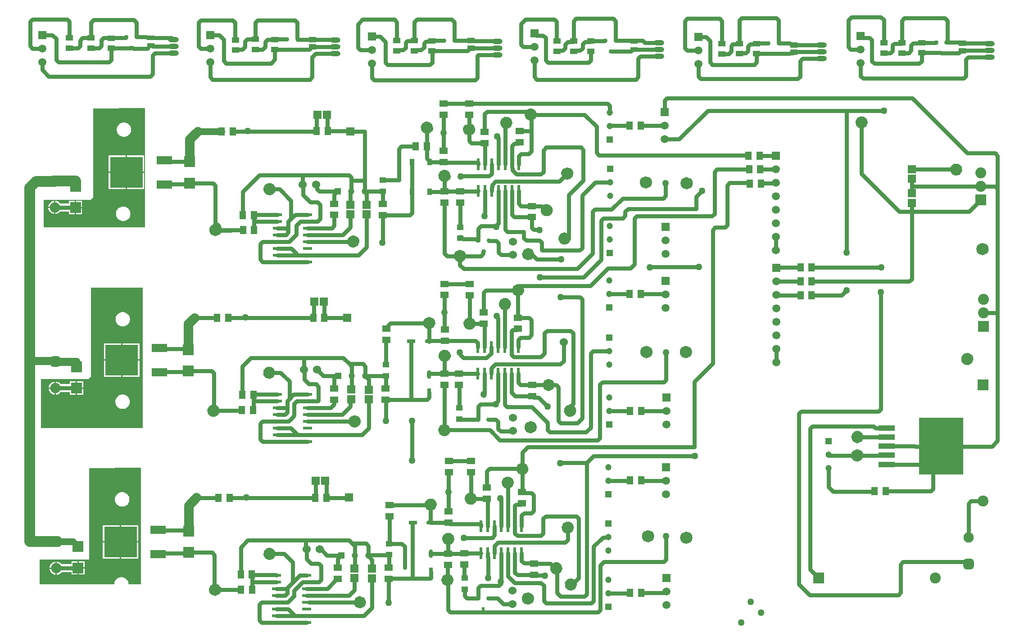
<source format=gbr>
%TF.GenerationSoftware,Altium Limited,Altium Designer,21.6.4 (81)*%
G04 Layer_Physical_Order=1*
G04 Layer_Color=255*
%FSLAX45Y45*%
%MOMM*%
%TF.SameCoordinates,8BE20582-AD64-4D08-A95C-E2DB20C1365E*%
%TF.FilePolarity,Positive*%
%TF.FileFunction,Copper,L1,Top,Signal*%
%TF.Part,Single*%
G01*
G75*
%TA.AperFunction,Conductor*%
%ADD10C,0.76200*%
%TA.AperFunction,SMDPad,CuDef*%
%ADD11R,1.66370X0.55880*%
%ADD12R,1.20651X1.50822*%
%ADD13R,1.50464X1.55620*%
%ADD14R,1.50822X1.20651*%
%ADD15R,1.55620X1.50464*%
%ADD16R,1.20000X1.10000*%
%ADD17R,1.60712X0.76213*%
G04:AMPARAMS|DCode=18|XSize=1.60712mm|YSize=0.76213mm|CornerRadius=0.38107mm|HoleSize=0mm|Usage=FLASHONLY|Rotation=0.000|XOffset=0mm|YOffset=0mm|HoleType=Round|Shape=RoundedRectangle|*
%AMROUNDEDRECTD18*
21,1,1.60712,0.00000,0,0,0.0*
21,1,0.84499,0.76213,0,0,0.0*
1,1,0.76213,0.42249,0.00000*
1,1,0.76213,-0.42249,0.00000*
1,1,0.76213,-0.42249,0.00000*
1,1,0.76213,0.42249,0.00000*
%
%ADD18ROUNDEDRECTD18*%
%ADD19R,0.76213X1.60712*%
G04:AMPARAMS|DCode=20|XSize=1.60712mm|YSize=0.76213mm|CornerRadius=0.38107mm|HoleSize=0mm|Usage=FLASHONLY|Rotation=90.000|XOffset=0mm|YOffset=0mm|HoleType=Round|Shape=RoundedRectangle|*
%AMROUNDEDRECTD20*
21,1,1.60712,0.00000,0,0,90.0*
21,1,0.84499,0.76213,0,0,90.0*
1,1,0.76213,0.00000,0.42249*
1,1,0.76213,0.00000,-0.42249*
1,1,0.76213,0.00000,-0.42249*
1,1,0.76213,0.00000,0.42249*
%
%ADD20ROUNDEDRECTD20*%
%ADD21R,0.60000X0.70000*%
%ADD22R,3.05000X1.01600*%
%ADD23R,8.38000X10.66000*%
%ADD24R,0.55800X2.27000*%
%ADD25R,2.00000X2.00000*%
%ADD26R,3.00000X1.60000*%
%ADD27R,6.20000X5.80000*%
%ADD28R,0.91000X1.22000*%
%ADD29R,1.40822X1.00650*%
%ADD30R,1.35000X0.95000*%
%ADD31R,1.35620X1.10464*%
%TA.AperFunction,Conductor*%
%ADD32C,0.25400*%
%ADD33C,1.27000*%
%ADD34C,2.03200*%
%ADD35C,1.52400*%
%ADD36C,1.77800*%
%TA.AperFunction,ComponentPad*%
%ADD37C,1.50000*%
%ADD38R,1.50000X1.50000*%
%ADD39C,1.52400*%
G04:AMPARAMS|DCode=40|XSize=1.95mm|YSize=1.95mm|CornerRadius=0.4875mm|HoleSize=0mm|Usage=FLASHONLY|Rotation=270.000|XOffset=0mm|YOffset=0mm|HoleType=Round|Shape=RoundedRectangle|*
%AMROUNDEDRECTD40*
21,1,1.95000,0.97500,0,0,270.0*
21,1,0.97500,1.95000,0,0,270.0*
1,1,0.97500,-0.48750,-0.48750*
1,1,0.97500,-0.48750,0.48750*
1,1,0.97500,0.48750,0.48750*
1,1,0.97500,0.48750,-0.48750*
%
%ADD40ROUNDEDRECTD40*%
%ADD41C,1.95000*%
%ADD42C,1.57480*%
%ADD43R,1.57480X1.57480*%
%ADD44R,2.05740X2.05740*%
%ADD45C,2.05740*%
%ADD46C,1.20000*%
%ADD47R,1.20000X1.20000*%
%ADD48O,2.00000X1.00000*%
%ADD49O,2.00000X1.00000*%
%ADD50R,2.05740X2.05740*%
%ADD51C,2.05000*%
%ADD52R,2.05000X2.05000*%
%ADD53R,1.20000X1.20000*%
%TA.AperFunction,ViaPad*%
%ADD54C,1.52400*%
%ADD55C,1.27000*%
G36*
X8351520Y8963633D02*
Y6784340D01*
X8117199D01*
Y6794433D01*
X8116702Y6796935D01*
Y6799486D01*
X8112503Y6820593D01*
X8111527Y6822949D01*
X8111029Y6825451D01*
X8102794Y6845333D01*
X8101377Y6847454D01*
X8100401Y6849811D01*
X8088445Y6867704D01*
X8086641Y6869507D01*
X8085224Y6871628D01*
X8070007Y6886845D01*
X8067886Y6888262D01*
X8066082Y6890066D01*
X8048189Y6902022D01*
X8045832Y6902998D01*
X8043712Y6904415D01*
X8023830Y6912651D01*
X8021328Y6913148D01*
X8018972Y6914124D01*
X7997865Y6918323D01*
X7995314D01*
X7992812Y6918821D01*
X7971292D01*
X7968790Y6918323D01*
X7966239D01*
X7945132Y6914124D01*
X7942776Y6913148D01*
X7940274Y6912651D01*
X7920392Y6904415D01*
X7918272Y6902998D01*
X7915915Y6902022D01*
X7898022Y6890066D01*
X7896218Y6888262D01*
X7894097Y6886845D01*
X7878880Y6871628D01*
X7877463Y6869507D01*
X7875659Y6867704D01*
X7863703Y6849811D01*
X7862727Y6847454D01*
X7861310Y6845333D01*
X7853075Y6825451D01*
X7852577Y6822949D01*
X7851601Y6820593D01*
X7847403Y6799486D01*
Y6796935D01*
X7846905Y6794433D01*
Y6784340D01*
X6441440D01*
Y7251700D01*
X7373620D01*
Y8971280D01*
X8340890Y8976279D01*
X8351520Y8963633D01*
D02*
G37*
G36*
X8384540Y12362180D02*
Y9720580D01*
X6479540D01*
X6474460Y9722684D01*
Y10642600D01*
X7360920D01*
X7406640Y10688320D01*
Y12367260D01*
X8382436D01*
X8384540Y12362180D01*
D02*
G37*
G36*
X8430260Y15727654D02*
Y13500101D01*
X6520180D01*
Y14015720D01*
X7406640D01*
X7452360Y14061440D01*
Y15735300D01*
X8419630Y15740298D01*
X8430260Y15727654D01*
D02*
G37*
%LPC*%
G36*
X8008052Y8516481D02*
X7986532D01*
X7984030Y8515983D01*
X7981479D01*
X7960372Y8511784D01*
X7958016Y8510808D01*
X7955514Y8510311D01*
X7935632Y8502075D01*
X7933512Y8500658D01*
X7931155Y8499682D01*
X7913262Y8487726D01*
X7911458Y8485922D01*
X7909337Y8484505D01*
X7894120Y8469288D01*
X7892703Y8467167D01*
X7890899Y8465364D01*
X7878943Y8447471D01*
X7877967Y8445114D01*
X7876550Y8442993D01*
X7868315Y8423111D01*
X7867817Y8420609D01*
X7866841Y8418253D01*
X7862643Y8397146D01*
Y8394595D01*
X7862145Y8392093D01*
Y8370573D01*
X7862643Y8368072D01*
Y8365521D01*
X7866841Y8344414D01*
X7867817Y8342058D01*
X7868315Y8339556D01*
X7876550Y8319674D01*
X7877967Y8317553D01*
X7878943Y8315196D01*
X7890899Y8297303D01*
X7892703Y8295499D01*
X7894120Y8293379D01*
X7909337Y8278161D01*
X7911458Y8276745D01*
X7913262Y8274941D01*
X7931155Y8262985D01*
X7933512Y8262008D01*
X7935632Y8260592D01*
X7955514Y8252356D01*
X7958016Y8251859D01*
X7960373Y8250882D01*
X7981480Y8246684D01*
X7984030D01*
X7986532Y8246186D01*
X8008052D01*
X8010554Y8246684D01*
X8013104D01*
X8034211Y8250882D01*
X8036568Y8251859D01*
X8039070Y8252356D01*
X8058952Y8260592D01*
X8061072Y8262008D01*
X8063429Y8262985D01*
X8081322Y8274941D01*
X8083126Y8276745D01*
X8085247Y8278161D01*
X8100464Y8293379D01*
X8101881Y8295499D01*
X8103685Y8297303D01*
X8115641Y8315196D01*
X8116617Y8317553D01*
X8118034Y8319674D01*
X8126269Y8339556D01*
X8126767Y8342057D01*
X8127743Y8344414D01*
X8131942Y8365521D01*
Y8368072D01*
X8132439Y8370573D01*
Y8392093D01*
X8131942Y8394595D01*
Y8397146D01*
X8127743Y8418253D01*
X8126767Y8420609D01*
X8126269Y8423111D01*
X8118034Y8442993D01*
X8116617Y8445114D01*
X8115641Y8447471D01*
X8103685Y8465364D01*
X8101881Y8467167D01*
X8100464Y8469288D01*
X8085247Y8484505D01*
X8083126Y8485922D01*
X8081322Y8487726D01*
X8063429Y8499682D01*
X8061072Y8500658D01*
X8058952Y8502075D01*
X8039070Y8510311D01*
X8036568Y8510808D01*
X8034212Y8511784D01*
X8013105Y8515983D01*
X8010554D01*
X8008052Y8516481D01*
D02*
G37*
G36*
X8300840Y7897300D02*
X7978140D01*
Y7594600D01*
X8300840D01*
Y7897300D01*
D02*
G37*
G36*
X7952740D02*
X7630040D01*
Y7594600D01*
X7952740D01*
Y7897300D01*
D02*
G37*
G36*
X8300840Y7569200D02*
X7978140D01*
Y7266500D01*
X8300840D01*
Y7569200D01*
D02*
G37*
G36*
X7952740D02*
X7630040D01*
Y7266500D01*
X7952740D01*
Y7569200D01*
D02*
G37*
G36*
X7155180Y7217740D02*
X7042480D01*
Y7167069D01*
X6852963D01*
X6833605Y7186428D01*
X6805580Y7202608D01*
X6774322Y7210983D01*
X6770842D01*
Y7088083D01*
Y6965183D01*
X6774322D01*
X6805580Y6973559D01*
X6833605Y6989739D01*
X6856487Y7012621D01*
X6856910Y7013354D01*
X7042480D01*
Y6966940D01*
X7155180D01*
Y7092340D01*
Y7217740D01*
D02*
G37*
G36*
X7293280D02*
X7180580D01*
Y7105040D01*
X7293280D01*
Y7217740D01*
D02*
G37*
G36*
X6745442Y7210983D02*
X6741962D01*
X6710705Y7202608D01*
X6682680Y7186428D01*
X6659798Y7163546D01*
X6643618Y7135521D01*
X6635243Y7104263D01*
Y7100783D01*
X6745442D01*
Y7210983D01*
D02*
G37*
G36*
X7293280Y7079640D02*
X7180580D01*
Y6966940D01*
X7293280D01*
Y7079640D01*
D02*
G37*
G36*
X6745442Y7075383D02*
X6635243D01*
Y7071903D01*
X6643618Y7040646D01*
X6659798Y7012621D01*
X6682680Y6989739D01*
X6710705Y6973559D01*
X6741962Y6965183D01*
X6745442D01*
Y7075383D01*
D02*
G37*
G36*
X8018212Y11904841D02*
X7996692D01*
X7994190Y11904343D01*
X7991639D01*
X7970532Y11900144D01*
X7968176Y11899168D01*
X7965674Y11898671D01*
X7945792Y11890435D01*
X7943672Y11889018D01*
X7941315Y11888042D01*
X7923422Y11876086D01*
X7921618Y11874282D01*
X7919497Y11872865D01*
X7904280Y11857648D01*
X7902863Y11855527D01*
X7901059Y11853724D01*
X7889103Y11835831D01*
X7888127Y11833474D01*
X7886710Y11831353D01*
X7878475Y11811471D01*
X7877977Y11808969D01*
X7877001Y11806613D01*
X7872803Y11785506D01*
Y11782955D01*
X7872305Y11780453D01*
Y11758933D01*
X7872803Y11756432D01*
Y11753881D01*
X7877001Y11732774D01*
X7877977Y11730418D01*
X7878475Y11727916D01*
X7886710Y11708034D01*
X7888127Y11705913D01*
X7889103Y11703556D01*
X7901059Y11685663D01*
X7902863Y11683859D01*
X7904280Y11681739D01*
X7919497Y11666521D01*
X7921618Y11665105D01*
X7923422Y11663301D01*
X7941315Y11651345D01*
X7943672Y11650368D01*
X7945792Y11648952D01*
X7965674Y11640716D01*
X7968176Y11640219D01*
X7970533Y11639242D01*
X7991640Y11635044D01*
X7994190D01*
X7996692Y11634546D01*
X8018212D01*
X8020714Y11635044D01*
X8023264D01*
X8044371Y11639242D01*
X8046728Y11640219D01*
X8049230Y11640716D01*
X8069112Y11648952D01*
X8071232Y11650368D01*
X8073589Y11651345D01*
X8091482Y11663301D01*
X8093286Y11665105D01*
X8095407Y11666521D01*
X8110624Y11681739D01*
X8112041Y11683859D01*
X8113845Y11685663D01*
X8125801Y11703556D01*
X8126777Y11705913D01*
X8128194Y11708034D01*
X8136429Y11727916D01*
X8136927Y11730417D01*
X8137903Y11732774D01*
X8142102Y11753881D01*
Y11756432D01*
X8142599Y11758933D01*
Y11780453D01*
X8142102Y11782955D01*
Y11785506D01*
X8137903Y11806613D01*
X8136927Y11808969D01*
X8136429Y11811471D01*
X8128194Y11831353D01*
X8126777Y11833474D01*
X8125801Y11835831D01*
X8113845Y11853724D01*
X8112041Y11855527D01*
X8110624Y11857648D01*
X8095407Y11872865D01*
X8093286Y11874282D01*
X8091482Y11876086D01*
X8073589Y11888042D01*
X8071232Y11889018D01*
X8069112Y11890435D01*
X8049230Y11898671D01*
X8046728Y11899168D01*
X8044372Y11900144D01*
X8023265Y11904343D01*
X8020714D01*
X8018212Y11904841D01*
D02*
G37*
G36*
X8323700Y11316140D02*
X8001000D01*
Y11013440D01*
X8323700D01*
Y11316140D01*
D02*
G37*
G36*
X7975600D02*
X7652900D01*
Y11013440D01*
X7975600D01*
Y11316140D01*
D02*
G37*
G36*
X8323700Y10988040D02*
X8001000D01*
Y10685340D01*
X8323700D01*
Y10988040D01*
D02*
G37*
G36*
X7975600D02*
X7652900D01*
Y10685340D01*
X7975600D01*
Y10988040D01*
D02*
G37*
G36*
X7124700Y10598480D02*
X7012000D01*
Y10550878D01*
X6839049D01*
X6816622Y10573304D01*
X6788598Y10589485D01*
X6757340Y10597860D01*
X6753860D01*
Y10474960D01*
Y10352060D01*
X6757340D01*
X6788598Y10360435D01*
X6816622Y10376616D01*
X6837169Y10397163D01*
X7012000D01*
Y10347680D01*
X7124700D01*
Y10473080D01*
Y10598480D01*
D02*
G37*
G36*
X6728460Y10597860D02*
X6724980D01*
X6693722Y10589485D01*
X6665698Y10573304D01*
X6642816Y10550422D01*
X6626635Y10522398D01*
X6618260Y10491140D01*
Y10487660D01*
X6728460D01*
Y10597860D01*
D02*
G37*
G36*
X7262800Y10598480D02*
X7150100D01*
Y10485780D01*
X7262800D01*
Y10598480D01*
D02*
G37*
G36*
X6728460Y10462260D02*
X6618260D01*
Y10458780D01*
X6626635Y10427522D01*
X6642816Y10399498D01*
X6665698Y10376616D01*
X6693722Y10360435D01*
X6724980Y10352060D01*
X6728460D01*
Y10462260D01*
D02*
G37*
G36*
X7262800Y10460380D02*
X7150100D01*
Y10347680D01*
X7262800D01*
Y10460380D01*
D02*
G37*
G36*
X8015672Y10352901D02*
X7994152D01*
X7991650Y10352403D01*
X7989099D01*
X7967992Y10348204D01*
X7965636Y10347228D01*
X7963134Y10346731D01*
X7943252Y10338495D01*
X7941132Y10337078D01*
X7938775Y10336102D01*
X7920882Y10324146D01*
X7919078Y10322342D01*
X7916957Y10320925D01*
X7901740Y10305708D01*
X7900323Y10303587D01*
X7898519Y10301784D01*
X7886563Y10283891D01*
X7885587Y10281534D01*
X7884170Y10279413D01*
X7875935Y10259531D01*
X7875437Y10257029D01*
X7874461Y10254673D01*
X7870263Y10233566D01*
Y10231015D01*
X7869765Y10228513D01*
Y10206993D01*
X7870263Y10204492D01*
Y10201941D01*
X7874461Y10180834D01*
X7875437Y10178478D01*
X7875935Y10175976D01*
X7884170Y10156094D01*
X7885587Y10153973D01*
X7886563Y10151616D01*
X7898519Y10133723D01*
X7900323Y10131919D01*
X7901740Y10129799D01*
X7916957Y10114581D01*
X7919078Y10113165D01*
X7920882Y10111361D01*
X7938775Y10099405D01*
X7941132Y10098428D01*
X7943252Y10097012D01*
X7963134Y10088776D01*
X7965636Y10088279D01*
X7967993Y10087302D01*
X7989100Y10083104D01*
X7991650D01*
X7994152Y10082606D01*
X8015672D01*
X8018174Y10083104D01*
X8020724D01*
X8041831Y10087302D01*
X8044188Y10088279D01*
X8046690Y10088776D01*
X8066572Y10097012D01*
X8068692Y10098428D01*
X8071049Y10099405D01*
X8088942Y10111361D01*
X8090746Y10113165D01*
X8092867Y10114581D01*
X8108084Y10129799D01*
X8109501Y10131919D01*
X8111305Y10133723D01*
X8123261Y10151616D01*
X8124237Y10153973D01*
X8125654Y10156094D01*
X8133889Y10175976D01*
X8134387Y10178477D01*
X8135363Y10180834D01*
X8139562Y10201941D01*
Y10204492D01*
X8140059Y10206993D01*
Y10228513D01*
X8139562Y10231015D01*
Y10233566D01*
X8135363Y10254673D01*
X8134387Y10257029D01*
X8133889Y10259531D01*
X8125654Y10279413D01*
X8124237Y10281534D01*
X8123261Y10283891D01*
X8111305Y10301784D01*
X8109501Y10303587D01*
X8108084Y10305708D01*
X8092867Y10320925D01*
X8090746Y10322342D01*
X8088942Y10324146D01*
X8071049Y10336102D01*
X8068692Y10337078D01*
X8066572Y10338495D01*
X8046690Y10346731D01*
X8044188Y10347228D01*
X8041832Y10348204D01*
X8020725Y10352403D01*
X8018174D01*
X8015672Y10352901D01*
D02*
G37*
G36*
X8041072Y15471001D02*
X8019552D01*
X8017050Y15470503D01*
X8014499D01*
X7993392Y15466304D01*
X7991036Y15465327D01*
X7988534Y15464832D01*
X7968652Y15456595D01*
X7966532Y15455177D01*
X7964175Y15454202D01*
X7946282Y15442245D01*
X7944478Y15440442D01*
X7942357Y15439024D01*
X7927140Y15423808D01*
X7925723Y15421687D01*
X7923919Y15419884D01*
X7911963Y15401991D01*
X7910987Y15399634D01*
X7909570Y15397513D01*
X7901335Y15377631D01*
X7900837Y15375130D01*
X7899861Y15372774D01*
X7895663Y15351666D01*
Y15349115D01*
X7895165Y15346613D01*
Y15325093D01*
X7895663Y15322592D01*
Y15320041D01*
X7899861Y15298933D01*
X7900837Y15296577D01*
X7901335Y15294077D01*
X7909570Y15274194D01*
X7910987Y15272073D01*
X7911963Y15269716D01*
X7923919Y15251823D01*
X7925723Y15250018D01*
X7927140Y15247899D01*
X7942357Y15232681D01*
X7944478Y15231265D01*
X7946282Y15229462D01*
X7964175Y15217505D01*
X7966532Y15216528D01*
X7968652Y15215112D01*
X7988534Y15206876D01*
X7991036Y15206380D01*
X7993393Y15205402D01*
X8014500Y15201204D01*
X8017050D01*
X8019552Y15200706D01*
X8041072D01*
X8043574Y15201204D01*
X8046124D01*
X8067231Y15205402D01*
X8069588Y15206380D01*
X8072090Y15206876D01*
X8091972Y15215112D01*
X8094092Y15216528D01*
X8096449Y15217505D01*
X8114342Y15229462D01*
X8116146Y15231265D01*
X8118267Y15232681D01*
X8133484Y15247899D01*
X8134901Y15250018D01*
X8136705Y15251823D01*
X8148661Y15269716D01*
X8149637Y15272073D01*
X8151054Y15274194D01*
X8159289Y15294077D01*
X8159787Y15296577D01*
X8160763Y15298933D01*
X8164962Y15320041D01*
Y15322592D01*
X8165459Y15325093D01*
Y15346613D01*
X8164962Y15349115D01*
Y15351666D01*
X8160763Y15372774D01*
X8159787Y15375130D01*
X8159289Y15377631D01*
X8151054Y15397513D01*
X8149637Y15399634D01*
X8148661Y15401991D01*
X8136705Y15419884D01*
X8134901Y15421687D01*
X8133484Y15423808D01*
X8118267Y15439024D01*
X8116146Y15440442D01*
X8114342Y15442245D01*
X8096449Y15454202D01*
X8094092Y15455177D01*
X8091972Y15456595D01*
X8072090Y15464832D01*
X8069588Y15465327D01*
X8067232Y15466304D01*
X8046125Y15470503D01*
X8043574D01*
X8041072Y15471001D01*
D02*
G37*
G36*
X8412600Y14849280D02*
X8089900D01*
Y14546581D01*
X8412600D01*
Y14849280D01*
D02*
G37*
G36*
X8064500D02*
X7741800D01*
Y14546581D01*
X8064500D01*
Y14849280D01*
D02*
G37*
G36*
X8412600Y14521181D02*
X8089900D01*
Y14218480D01*
X8412600D01*
Y14521181D01*
D02*
G37*
G36*
X8064500D02*
X7741800D01*
Y14218480D01*
X8064500D01*
Y14521181D01*
D02*
G37*
G36*
X6720042Y13995323D02*
X6716562D01*
X6685305Y13986948D01*
X6657280Y13970769D01*
X6634398Y13947887D01*
X6618218Y13919861D01*
X6609843Y13888603D01*
Y13885123D01*
X6720042D01*
Y13995323D01*
D02*
G37*
G36*
X7245020Y13994460D02*
X7132320D01*
Y13881760D01*
X7245020D01*
Y13994460D01*
D02*
G37*
G36*
X6720042Y13859723D02*
X6609843D01*
Y13856242D01*
X6618218Y13824986D01*
X6634398Y13796960D01*
X6657280Y13774078D01*
X6685305Y13757899D01*
X6716562Y13749522D01*
X6720042D01*
Y13859723D01*
D02*
G37*
G36*
X7245020Y13856360D02*
X7132320D01*
Y13743660D01*
X7245020D01*
Y13856360D01*
D02*
G37*
G36*
X6748922Y13995323D02*
X6745442D01*
Y13872423D01*
Y13749522D01*
X6748922D01*
X6780180Y13757899D01*
X6808205Y13774078D01*
X6828010Y13793884D01*
X6994220D01*
Y13743660D01*
X7106920D01*
Y13869060D01*
Y13994460D01*
X6994220D01*
Y13947598D01*
X6831252D01*
X6831087Y13947887D01*
X6808205Y13970769D01*
X6780180Y13986948D01*
X6748922Y13995323D01*
D02*
G37*
G36*
X8027000Y13889247D02*
X8005480D01*
X8002978Y13888750D01*
X8000427D01*
X7979320Y13884550D01*
X7976964Y13883575D01*
X7974462Y13883076D01*
X7954580Y13874841D01*
X7952460Y13873425D01*
X7950103Y13872449D01*
X7932209Y13860492D01*
X7930406Y13858688D01*
X7928285Y13857272D01*
X7913068Y13842055D01*
X7911651Y13839934D01*
X7909847Y13838130D01*
X7897891Y13820238D01*
X7896915Y13817880D01*
X7895498Y13815759D01*
X7887263Y13795877D01*
X7886765Y13793376D01*
X7885789Y13791019D01*
X7881591Y13769913D01*
Y13767361D01*
X7881093Y13764861D01*
Y13743340D01*
X7881591Y13740839D01*
Y13738287D01*
X7885789Y13717181D01*
X7886765Y13714824D01*
X7887263Y13712321D01*
X7895498Y13692439D01*
X7896915Y13690320D01*
X7897891Y13687962D01*
X7909847Y13670068D01*
X7911651Y13668266D01*
X7913068Y13666145D01*
X7928285Y13650928D01*
X7930406Y13649512D01*
X7932209Y13647707D01*
X7950103Y13635751D01*
X7952460Y13634775D01*
X7954580Y13633357D01*
X7974462Y13625124D01*
X7976964Y13624625D01*
X7979321Y13623650D01*
X8000427Y13619450D01*
X8002978D01*
X8005480Y13618953D01*
X8027000D01*
X8029502Y13619450D01*
X8032052D01*
X8053159Y13623650D01*
X8055516Y13624625D01*
X8058017Y13625124D01*
X8077900Y13633357D01*
X8080020Y13634775D01*
X8082377Y13635751D01*
X8100270Y13647707D01*
X8102074Y13649512D01*
X8104195Y13650928D01*
X8119412Y13666145D01*
X8120829Y13668266D01*
X8122632Y13670068D01*
X8134589Y13687962D01*
X8135565Y13690320D01*
X8136982Y13692439D01*
X8145217Y13712321D01*
X8145715Y13714824D01*
X8146691Y13717180D01*
X8150889Y13738287D01*
Y13740839D01*
X8151387Y13743340D01*
Y13764861D01*
X8150889Y13767361D01*
Y13769913D01*
X8146691Y13791019D01*
X8145715Y13793376D01*
X8145217Y13795877D01*
X8136982Y13815759D01*
X8135565Y13817880D01*
X8134589Y13820238D01*
X8122632Y13838130D01*
X8120829Y13839934D01*
X8119412Y13842055D01*
X8104195Y13857272D01*
X8102074Y13858688D01*
X8100270Y13860492D01*
X8082377Y13872449D01*
X8080020Y13873425D01*
X8077900Y13874841D01*
X8058017Y13883076D01*
X8055516Y13883575D01*
X8053159Y13884550D01*
X8032053Y13888750D01*
X8029502D01*
X8027000Y13889247D01*
D02*
G37*
%LPD*%
D10*
X12544872Y6446520D02*
G03*
X12387772Y6445781I-78552J0D01*
G01*
D02*
G03*
X12387932Y6441440I78548J739D01*
G01*
D02*
G03*
X12544872Y6446520I78388J5080D01*
G01*
X14630212Y8394700D02*
G03*
X14554201Y8473211I-78552J0D01*
G01*
D02*
G03*
X14630211Y8394228I-2540J-78511D01*
G01*
D02*
G03*
X14630212Y8394700I-78551J472D01*
G01*
X14206032Y7637780D02*
G03*
X14124940Y7559269I-78552J0D01*
G01*
D02*
G03*
X14206032Y7637780I2540J78511D01*
G01*
X13997760Y9629996D02*
G03*
X14041119Y9607501I56060J55024D01*
G01*
X13975269Y9685020D02*
G03*
X13997760Y9629996I78552J0D01*
G01*
X14041119Y9607501D02*
G03*
X14132372Y9685020I12700J77519D01*
G01*
X13975275Y9686001D02*
G03*
X13975269Y9685020I78546J-981D01*
G01*
X14132356Y9686620D02*
G03*
X14053819Y9763572I-78536J-1600D01*
G01*
X14132372Y9685020D02*
G03*
X14132356Y9686620I-78552J0D01*
G01*
X14053819Y9763572D02*
G03*
X13975275Y9686001I0J-78552D01*
G01*
X12445812Y9847580D02*
G03*
X12288749Y9850120I-78552J0D01*
G01*
D02*
G03*
X12445812Y9847580I78511J-2540D01*
G01*
X13690788Y11696700D02*
G03*
X13699081Y11661569I78552J0D01*
G01*
D02*
G03*
X13769341Y11618148I70258J35131D01*
G01*
X13847893Y11696700D02*
G03*
X13690788Y11696700I-78552J0D01*
G01*
X13769341Y11618148D02*
G03*
X13847893Y11696700I0J78552D01*
G01*
X21821140Y9128989D02*
G03*
X21897060Y9203690I-2540J78511D01*
G01*
D02*
G03*
X21897153Y9207500I-78460J3810D01*
G01*
X21897142Y9208760D02*
G03*
X21740053Y9208424I-78542J-1260D01*
G01*
D02*
G03*
X21740048Y9207500I78547J-924D01*
G01*
D02*
G03*
X21821140Y9128989I78552J0D01*
G01*
X21897153Y9207500D02*
G03*
X21897142Y9208760I-78552J0D01*
G01*
X21742587Y9552940D02*
G03*
X21819870Y9474398I78552J0D01*
G01*
X21742587Y9552940D02*
G03*
X21819870Y9474398I78552J0D01*
G01*
X21854266Y9624166D02*
G03*
X21821140Y9631492I-33126J-71226D01*
G01*
X21899013Y9563247D02*
G03*
X21854266Y9624166I-77873J-10307D01*
G01*
X21802061Y9629140D02*
G03*
X21783040Y9621634I19078J-76200D01*
G01*
D02*
G03*
X21742587Y9552940I38100J-68694D01*
G01*
X21821140Y9631492D02*
G03*
X21819870Y9631482I0J-78552D01*
G01*
D02*
G03*
X21802061Y9629140I1270J-78542D01*
G01*
X21819870Y9474398D02*
G03*
X21876685Y9497395I1270J78542D01*
G01*
X21819870Y9474398D02*
G03*
X21876685Y9497395I1270J78542D01*
G01*
D02*
G03*
X21899683Y9551680I-55545J55545D01*
G01*
D02*
G03*
X21899013Y9563247I-78542J1260D01*
G01*
X15708347Y12980060D02*
G03*
X15709712Y12994640I-77187J14580D01*
G01*
X15553043Y13002895D02*
G03*
X15708347Y12980060I78117J-8255D01*
G01*
X15632970Y13073170D02*
G03*
X15553043Y13002895I-1810J-78531D01*
G01*
X15709712Y12994640D02*
G03*
X15632970Y13073170I-78552J0D01*
G01*
X14269908Y12959081D02*
G03*
X14297894Y12898967I78552J0D01*
G01*
D02*
G03*
X14348460Y12880528I50565J60113D01*
G01*
D02*
G03*
X14378529Y12886511I0J78552D01*
G01*
D02*
G03*
X14427013Y12959081I-30070J72569D01*
G01*
D02*
G03*
X14269908Y12959081I-78552J0D01*
G01*
X9808725Y13393420D02*
G03*
X9817008Y13404083I-57665J53340D01*
G01*
X9807904Y13393073D02*
G03*
X9809520Y13396729I-162802J74153D01*
G01*
X9802357Y13387270D02*
G03*
X9806605Y13391216I-51297J59490D01*
G01*
X9817009Y13404083D02*
G03*
X9821883Y13412781I-65949J42676D01*
G01*
X9807411Y13392033D02*
G03*
X9807426Y13392049I-56351J54727D01*
G01*
X9809520Y13396729D02*
G03*
X9810863Y13399947I-164418J70496D01*
G01*
D02*
G03*
X9814607Y13410030I-165761J67279D01*
G01*
X9807169Y13391785D02*
G03*
X9807411Y13392033I-56109J54975D01*
G01*
X9679940Y13413408D02*
G03*
X9693395Y13393420I71120J33352D01*
G01*
X9819565Y13506798D02*
G03*
X9812831Y13525311I-76605J-17379D01*
G01*
X9806605Y13391216D02*
G03*
X9807142Y13391759I-55545J55544D01*
G01*
D02*
G03*
X9807169Y13391785I-56082J55002D01*
G01*
X9693395Y13393420D02*
G03*
X9801519Y13386559I57665J53340D01*
G01*
D02*
G03*
X9802357Y13387270I-50459J60202D01*
G01*
X9832486Y13454526D02*
G03*
X9822368Y13510448I-116647J7772D01*
G01*
X9821883Y13412781D02*
G03*
X9821987Y13412999I-70823J33979D01*
G01*
X9822180Y13492653D02*
G03*
X9819565Y13506798I-177078J-25428D01*
G01*
X9822368Y13510448D02*
G03*
X9822180Y13510864I-106529J-48150D01*
G01*
D02*
G03*
X9814309Y13525311I-106341J-48565D01*
G01*
X9821841Y13412999D02*
G03*
X9821872Y13413065I-106002J49300D01*
G01*
X9821987Y13413000D02*
G03*
X9822180Y13413408I-70927J33760D01*
G01*
X9821872Y13413065D02*
G03*
X9822134Y13413634I-106033J49233D01*
G01*
X9814607Y13410030D02*
G03*
X9815780Y13413634I-169505J57196D01*
G01*
X9822180Y13413408D02*
G03*
X9822285Y13413634I-71120J33352D01*
G01*
X9815780D02*
G03*
X9822180Y13441798I-170678J53592D01*
G01*
X9822134Y13413634D02*
G03*
X9822180Y13413733I-106295J48665D01*
G01*
X9832155Y13450571D02*
G03*
X9832486Y13454526I-116316J11728D01*
G01*
X9823219Y13450571D02*
G03*
X9822180Y13492653I-178117J16656D01*
G01*
X9831903Y13448297D02*
G03*
X9832155Y13450571I-116064J14002D01*
G01*
X9672508Y13446761D02*
G03*
X9679940Y13413408I78552J0D01*
G01*
X9672617Y13450900D02*
G03*
X9672508Y13446761I78443J-4140D01*
G01*
X9679940Y13480112D02*
G03*
X9672617Y13450900I71120J-33352D01*
G01*
X9695515Y13502306D02*
G03*
X9679940Y13480112I55545J-55545D01*
G01*
X9807312Y13391786D02*
G03*
X9807441Y13392065I-162209J75440D01*
G01*
X9751060Y13525311D02*
G03*
X9695515Y13502306I0J-78552D01*
G01*
X9814309Y13525311D02*
G03*
X9798504Y13544965I-98469J-63014D01*
G01*
X9814309Y13525311D02*
G03*
X9798504Y13544965I-98469J-63014D01*
G01*
X9814309Y13525311D02*
G03*
X9798504Y13544965I-98469J-63014D01*
G01*
X9812831Y13525311D02*
G03*
X9798504Y13544965I-69872J-35893D01*
G01*
X9812831Y13525311D02*
G03*
X9798504Y13544965I-69872J-35893D01*
G01*
X9814309Y13525311D02*
G03*
X9798504Y13544965I-98469J-63014D01*
G01*
X9812831Y13525311D02*
G03*
X9798504Y13544965I-69872J-35893D01*
G01*
X9812831Y13525311D02*
G03*
X9798504Y13544965I-69872J-35893D01*
G01*
X9807312Y13391786D02*
G03*
X9807441Y13392065I-162209J75440D01*
G01*
X9807312Y13391786D02*
G03*
X9807441Y13392065I-162209J75440D01*
G01*
X9807312Y13391786D02*
G03*
X9807441Y13392065I-162209J75440D01*
G01*
X9807426Y13392049D02*
G03*
X9807441Y13392065I-56366J54711D01*
G01*
X9807426Y13392049D02*
G03*
X9807441Y13392065I-56366J54711D01*
G01*
X9807426Y13392049D02*
G03*
X9807441Y13392065I-56366J54711D01*
G01*
X9807426Y13392049D02*
G03*
X9807441Y13392065I-56366J54711D01*
G01*
D02*
G03*
X9807904Y13393073I-162339J75161D01*
G01*
X9807441Y13392065D02*
G03*
X9807904Y13393073I-162339J75161D01*
G01*
X9807441Y13392065D02*
G03*
X9807904Y13393073I-162339J75161D01*
G01*
X9807441Y13392065D02*
G03*
X9807904Y13393073I-162339J75161D01*
G01*
X9807441Y13392065D02*
G03*
X9808725Y13393420I-56381J54695D01*
G01*
X9807441Y13392065D02*
G03*
X9808725Y13393420I-56381J54695D01*
G01*
X9807441Y13392065D02*
G03*
X9808725Y13393420I-56381J54695D01*
G01*
X9807441Y13392065D02*
G03*
X9808725Y13393420I-56381J54695D01*
G01*
X9822180Y13441798D02*
G03*
X9822362Y13443100I-177078J25428D01*
G01*
X9822183Y13413741D02*
G03*
X9831158Y13443100I-106344J48558D01*
G01*
X9822362Y13443100D02*
G03*
X9822822Y13446761I-177260J24125D01*
G01*
X9831158Y13443100D02*
G03*
X9831708Y13446761I-115319J19199D01*
G01*
D02*
G03*
X9831903Y13448297I-115868J15538D01*
G01*
X9822822Y13446761D02*
G03*
X9823219Y13450571I-177720J20466D01*
G01*
X9639799Y10076840D02*
G03*
X9635068Y10058400I73161J-28600D01*
G01*
X9702801Y10126132D02*
G03*
X9639799Y10076840I10159J-77892D01*
G01*
X9635068Y10058399D02*
G03*
X9791512Y10048240I77892J-10159D01*
G01*
X9791348Y10053320D02*
G03*
X9745861Y10119570I-78388J-5080D01*
G01*
D02*
G03*
X9702801Y10126132I-32901J-71330D01*
G01*
X9791512Y10048240D02*
G03*
X9791348Y10053320I-78552J0D01*
G01*
X9821900Y6678930D02*
G03*
X9821992Y6682740I-78460J3810D01*
G01*
X9664888D02*
G03*
X9821900Y6678930I78552J0D01*
G01*
X9665291Y6690690D02*
G03*
X9664888Y6682740I78149J-7950D01*
G01*
X9733280Y6760632D02*
G03*
X9665292Y6690692I10160J-77892D01*
G01*
X9821992Y6682740D02*
G03*
X9821982Y6684010I-78552J0D01*
G01*
Y6684011D02*
G03*
X9819477Y6702459I-78542J-1271D01*
G01*
D02*
G03*
X9733280Y6760632I-76037J-19719D01*
G01*
X13726633Y15293529D02*
G03*
X13797368Y15338916I-473J78551D01*
G01*
D02*
G03*
X13804712Y15372079I-71208J33164D01*
G01*
D02*
G03*
X13726633Y15293529I-78552J0D01*
G01*
X14117320Y6944008D02*
G03*
X14109700Y6944131I-5080J-78388D01*
G01*
X14167786Y6921165D02*
G03*
X14117320Y6944008I-55545J-55545D01*
G01*
X14124712Y6788064D02*
G03*
X14190746Y6862885I-12471J77556D01*
G01*
X14112241Y6787068D02*
G03*
X14124712Y6788064I0J78552D01*
G01*
X15979140Y13898692D02*
G03*
X15917679Y13869057I0J-78552D01*
G01*
D02*
G03*
X16057692Y13820140I61461J-48917D01*
G01*
X15518130Y8877498D02*
G03*
X15597952Y8956040I1270J78542D01*
G01*
D02*
G03*
X15519400Y9034592I-78552J0D01*
G01*
D02*
G03*
X15440848Y8956040I0J-78552D01*
G01*
D02*
G03*
X15518130Y8877498I78552J0D01*
G01*
X15755432Y15618460D02*
G03*
X15662300Y15695647I-78552J0D01*
G01*
X15687041Y15540569D02*
G03*
X15755432Y15618460I-10160J77892D01*
G01*
X15679420Y15539949D02*
G03*
X15687041Y15540569I-2540J78511D01*
G01*
X15676880Y15539908D02*
G03*
X15678149Y15539919I-0J78552D01*
G01*
X15662300Y15695647D02*
G03*
X15624368Y15676880I14580J-77187D01*
G01*
D02*
G03*
X15598833Y15627350I52512J-58420D01*
G01*
X15621335Y15562915D02*
G03*
X15676880Y15539908I55545J55545D01*
G01*
X15440660Y12237908D02*
G03*
X15515669Y12293138I0J78552D01*
G01*
X15519212Y12316460D02*
G03*
X15440660Y12395012I-78552J0D01*
G01*
D02*
G03*
X15362108Y12316460I0J-78552D01*
G01*
D02*
G03*
X15440660Y12237908I78552J0D01*
G01*
X14109700Y6944131D02*
G03*
X14033691Y6866292I2540J-78511D01*
G01*
D02*
G03*
X14033688Y6865620I78549J-672D01*
G01*
X14103001Y6787613D02*
G03*
X14109700Y6787109I9239J78007D01*
G01*
X14033688Y6865620D02*
G03*
X14103001Y6787613I78552J0D01*
G01*
X14109700Y6787109D02*
G03*
X14112051Y6787068I2540J78511D01*
G01*
X16159480Y7005508D02*
G03*
X16169640Y7006168I0J78552D01*
G01*
X16094591Y7128330D02*
G03*
X16081004Y7087545I64889J-44270D01*
G01*
X16238033Y7084060D02*
G03*
X16094591Y7128330I-78552J0D01*
G01*
X16169640Y7006168D02*
G03*
X16179800Y7008182I-10160J77892D01*
G01*
X16014700Y10454828D02*
G03*
X16093253Y10533380I0J78552D01*
G01*
X16014700Y10611932D02*
G03*
X15936150Y10533852I0J-78552D01*
G01*
D02*
G03*
X16014700Y10454828I78551J-472D01*
G01*
X16093253Y10533380D02*
G03*
X16014700Y10611932I-78552J0D01*
G01*
X16392972Y13286740D02*
G03*
X16392953Y13288483I-78552J0D01*
G01*
Y13288484D02*
G03*
X16391684Y13300908I-78533J-1744D01*
G01*
D02*
G03*
X16314420Y13365292I-77264J-14168D01*
G01*
D02*
G03*
X16392972Y13286740I0J-78552D01*
G01*
X15678149Y15539919D02*
G03*
X15679420Y15539949I-1270J78542D01*
G01*
X15598833Y15627350D02*
G03*
X15598328Y15618460I78047J-8890D01*
G01*
D02*
G03*
X15621335Y15562915I78552J0D01*
G01*
X16057692Y13820140D02*
G03*
X16047876Y13858163I-78552J0D01*
G01*
Y13858163D02*
G03*
X15979140Y13898692I-68736J-38023D01*
G01*
X15704633Y6515100D02*
G03*
X15548894Y6529680I-78552J0D01*
G01*
D02*
G03*
X15548187Y6504940I77187J-14580D01*
G01*
D02*
G03*
X15704633Y6515100I77892J10160D01*
G01*
X16081004Y7087545D02*
G03*
X16159480Y7005508I78475J-3485D01*
G01*
X21899879Y15392587D02*
G03*
X21978391Y15468600I0J78552D01*
G01*
X21978432Y15471140D02*
G03*
X21899879Y15392587I-78552J0D01*
G01*
X10845612Y14216380D02*
G03*
X10841581Y14241219I-78552J0D01*
G01*
D02*
G03*
X10711515Y14271925I-74521J-24839D01*
G01*
D02*
G03*
X10845571Y14213840I55545J-55545D01*
G01*
D02*
G03*
X10845612Y14216380I-78511J2540D01*
G01*
X10837992Y10761980D02*
G03*
X10814985Y10706435I-78552J0D01*
G01*
X21978391Y15468600D02*
G03*
X21978432Y15471140I-78511J2540D01*
G01*
X23599368Y14587219D02*
G03*
X23599329Y14584680I78511J-2540D01*
G01*
X23609186Y14622780D02*
G03*
X23599368Y14587219I68694J-38100D01*
G01*
X23599329Y14584680D02*
G03*
X23609186Y14622780I78552J0D01*
G01*
X16286668Y14511020D02*
G03*
X16309676Y14455475I78552J0D01*
G01*
D02*
G03*
X16443771Y14511020I55545J55545D01*
G01*
D02*
G03*
X16286668Y14511020I-78552J0D01*
G01*
X16179800Y7008182D02*
G03*
X16238033Y7084060I-20320J75878D01*
G01*
X16509811Y6779260D02*
G03*
X16486806Y6834805I-78552J0D01*
G01*
D02*
G03*
X16509441Y6771640I-55545J-55545D01*
G01*
X14112051Y6787068D02*
G03*
X14112241Y6787068I188J78552D01*
G01*
X14190791Y6865620D02*
G03*
X14190683Y6869760I-78552J0D01*
G01*
D02*
G03*
X14167786Y6921165I-78443J-4140D01*
G01*
X14190746Y6862885D02*
G03*
X14190779Y6864166I-78505J2735D01*
G01*
D02*
G03*
X14190791Y6865620I-78539J1454D01*
G01*
X16375380Y7770048D02*
G03*
X16453932Y7848600I0J78552D01*
G01*
D02*
G03*
X16375380Y7770048I-78552J0D01*
G01*
X15755432Y9738360D02*
G03*
X15598328Y9738360I-78552J0D01*
G01*
D02*
G03*
X15755432Y9738360I78552J0D01*
G01*
X16509441Y6771640D02*
G03*
X16509811Y6779260I-78181J7620D01*
G01*
X15326172Y8694420D02*
G03*
X15247620Y8615868I-78552J0D01*
G01*
D02*
G03*
X15326172Y8694420I0J78552D01*
G01*
X13797279Y8201848D02*
G03*
X13875832Y8280400I0J78552D01*
G01*
X13718863Y8275792D02*
G03*
X13797279Y8201848I78417J4608D01*
G01*
X13875832Y8280400D02*
G03*
X13718863Y8275792I-78552J0D01*
G01*
X15515669Y12293138D02*
G03*
X15519212Y12316460I-75010J23322D01*
G01*
X15298232Y15463519D02*
G03*
X15219679Y15384969I-78552J0D01*
G01*
D02*
G03*
X15229840Y15385628I0J78552D01*
G01*
D02*
G03*
X15298232Y15463519I-10160J77892D01*
G01*
X15189200Y11976452D02*
G03*
X15251172Y12000676I5080J78388D01*
G01*
X15272832Y12054840D02*
G03*
X15189200Y11976452I-78552J0D01*
G01*
X16489494Y10081985D02*
G03*
X16418559Y10126792I-70935J-33745D01*
G01*
X16497112Y10048240D02*
G03*
X16489494Y10081985I-78552J0D01*
G01*
X16418559Y10126792D02*
G03*
X16497112Y10048240I0J-78552D01*
G01*
X10814985Y10706435D02*
G03*
X10837992Y10761980I-55545J55545D01*
G01*
X14522569Y15356232D02*
G03*
X14520232Y15356723I-11759J-50152D01*
G01*
X14522568Y15356232D02*
G03*
X14520232Y15356723I-11757J-50152D01*
G01*
Y15260486D02*
G03*
X14571219Y15279283I0J78552D01*
G01*
X14520230Y15356723D02*
G03*
X14519438Y15356863I-9419J-50643D01*
G01*
X14520230Y15356723D02*
G03*
X14519438Y15356863I-9419J-50643D01*
G01*
X14519437Y15356863D02*
G03*
X14502589Y15356931I-8625J-50785D01*
G01*
X14519437Y15356863D02*
G03*
X14502589Y15356931I-8625J-50785D01*
G01*
X14464687Y15283493D02*
G03*
X14520230Y15260486I55545J55545D01*
G01*
X14451537Y15300938D02*
G03*
X14464687Y15283493I68694J38100D01*
G01*
X14607352Y11686540D02*
G03*
X14607310Y11689079I-78552J0D01*
G01*
X14607346Y11685595D02*
G03*
X14607352Y11686540I-78546J945D01*
G01*
X14581854Y11744468D02*
G03*
X14528799Y11765092I-53054J-57928D01*
G01*
X14604558Y11707303D02*
G03*
X14581854Y11744468I-75758J-20763D01*
G01*
X14607310Y11689080D02*
G03*
X14604558Y11707303I-78511J-2540D01*
G01*
X14528799Y11765092D02*
G03*
X14513560Y11763600I0J-78552D01*
G01*
D02*
G03*
X14607346Y11685594I15240J-77060D01*
G01*
X12264273Y13235609D02*
G03*
X12264052Y13230859I78321J-6020D01*
G01*
D02*
G03*
X12264042Y13229590I78542J-1270D01*
G01*
D02*
G03*
X12264607Y13220183I78552J0D01*
G01*
X14124252Y14425790D02*
G03*
X14134912Y14465300I-67893J39509D01*
G01*
X14056360Y14386748D02*
G03*
X14124252Y14425790I0J78552D01*
G01*
X14134912Y14465300D02*
G03*
X14056360Y14386748I-78552J0D01*
G01*
X15251172Y12000676D02*
G03*
X15272832Y12054840I-56892J54164D01*
G01*
X14056360Y11003509D02*
G03*
X14137453Y11082020I2540J78511D01*
G01*
D02*
G03*
X14056360Y11003509I-78552J0D01*
G01*
X14598782Y15339038D02*
G03*
X14598779Y15339838I-78552J0D01*
G01*
D02*
G03*
X14580144Y15389841I-78548J-799D01*
G01*
X14588924Y15300938D02*
G03*
X14598782Y15339038I-68694J38100D01*
G01*
X14541187Y15361880D02*
G03*
X14541183Y15361877I31860J-69220D01*
G01*
X14441679Y15339038D02*
G03*
X14441756Y15335555I78552J0D01*
G01*
X14441679Y15339038D02*
G03*
X14441756Y15335555I78552J0D01*
G01*
X14441756Y15335551D02*
G03*
X14451537Y15300938I78475J3486D01*
G01*
X14575777Y15283493D02*
G03*
X14588924Y15300938I-55545J55545D01*
G01*
X14575735Y15283453D02*
G03*
X14575777Y15283493I-55504J55585D01*
G01*
X14571219Y15279283D02*
G03*
X14575735Y15283453I-50988J59755D01*
G01*
X14580144Y15389841D02*
G03*
X14575777Y15394583I-59913J-50803D01*
G01*
X14441750Y15342375D02*
G03*
X14441679Y15339040I78481J-3337D01*
G01*
X14441750Y15342375D02*
G03*
X14441679Y15339040I78481J-3337D01*
G01*
X14502589Y15356931D02*
G03*
X14474387Y15342503I8222J-50851D01*
G01*
X14446220Y15365363D02*
G03*
X14441750Y15342375I74010J-26325D01*
G01*
X14446220Y15365363D02*
G03*
X14441750Y15342375I74010J-26325D01*
G01*
X14538959Y15349220D02*
G03*
X14527469Y15354823I-28148J-43141D01*
G01*
X14527469D02*
G03*
X14522569Y15356232I-16658J-48744D01*
G01*
X14575774Y15394585D02*
G03*
X14568491Y15401018I-55543J-55546D01*
G01*
D02*
G03*
X14566467Y15402541I-48260J-61979D01*
G01*
D02*
G03*
X14564677Y15403806I-46237J-63503D01*
G01*
X14564674Y15403809D02*
G03*
X14563158Y15404823I-44445J-64770D01*
G01*
X14464687Y15394582D02*
G03*
X14451538Y15377139I55545J-55544D01*
G01*
X14464687Y15394582D02*
G03*
X14451537Y15377138I55545J-55544D01*
G01*
X14451537Y15377136D02*
G03*
X14451529Y15377122I68695J-38098D01*
G01*
X14451537Y15377136D02*
G03*
X14451529Y15377122I68695J-38098D01*
G01*
Y15377122D02*
G03*
X14446222Y15365364I68702J-38085D01*
G01*
X14451529Y15377122D02*
G03*
X14446222Y15365364I68702J-38085D01*
G01*
X14451537Y15377136D02*
G03*
X14446222Y15365364I68695J-38098D01*
G01*
X14451537Y15377136D02*
G03*
X14446222Y15365364I68695J-38098D01*
G01*
X14527469Y15354823D02*
G03*
X14522569Y15356232I-16658J-48744D01*
G01*
X14538960Y15349220D02*
G03*
X14527469Y15354823I-28149J-43140D01*
G01*
X14502589Y15356931D02*
G03*
X14474387Y15342503I8222J-50851D01*
G01*
X17962692Y7688580D02*
G03*
X17962692Y7688580I-78552J0D01*
G01*
X18689133Y14328140D02*
G03*
X18689133Y14328140I-78552J0D01*
G01*
X17922052Y14343381D02*
G03*
X17922052Y14343381I-78552J0D01*
G01*
X18675011Y11153140D02*
G03*
X18675011Y11153140I-78552J0D01*
G01*
X17932211D02*
G03*
X17932211Y11153140I-78552J0D01*
G01*
X18682071Y7660081D02*
G03*
X18682071Y7660081I-78552J0D01*
G01*
X10845612Y7355840D02*
G03*
X10811330Y7290951I-78552J0D01*
G01*
D02*
G03*
X10845612Y7355840I-44270J64889D01*
G01*
X12420255Y13241389D02*
G03*
X12419108Y13247366I-77661J-11799D01*
G01*
X12408380Y13272516D02*
G03*
X12398853Y13284412I-65786J-42926D01*
G01*
X12420486Y13239751D02*
G03*
X12420255Y13241388I-77892J-10160D01*
G01*
X12265535Y13214349D02*
G03*
X12269179Y13201649I77060J15240D01*
G01*
X12264702Y13219431D02*
G03*
X12265076Y13216890I77892J10160D01*
G01*
D02*
G03*
X12265535Y13214349I77519J12700D01*
G01*
X12345134Y13308101D02*
G03*
X12342594Y13308142I-2540J-78511D01*
G01*
D02*
G03*
X12294960Y13292052I0J-78552D01*
G01*
X12269179Y13201649D02*
G03*
X12270216Y13199065I73415J27940D01*
G01*
X12294960Y13292052D02*
G03*
X12273901Y13267690I47634J-62461D01*
G01*
D02*
G03*
X12270216Y13260115I68694J-38100D01*
G01*
D02*
G03*
X12270197Y13260069I72378J-30525D01*
G01*
D02*
G03*
X12264273Y13235609I72397J-30480D01*
G01*
X12421146Y13229590D02*
G03*
X12420486Y13239751I-78552J0D01*
G01*
X12417746Y13252451D02*
G03*
X12411288Y13267690I-75152J-22861D01*
G01*
D02*
G03*
X12408380Y13272516I-68694J-38100D01*
G01*
X12264607Y13220181D02*
G03*
X12264702Y13219431I77987J9408D01*
G01*
X12270216Y13199065D02*
G03*
X12342594Y13151038I72378J30526D01*
G01*
D02*
G03*
X12421146Y13229590I0J78552D01*
G01*
X12398139Y13285135D02*
G03*
X12345134Y13308101I-55545J-55545D01*
G01*
X12418472Y13249910D02*
G03*
X12417746Y13252451I-75878J-20320D01*
G01*
X12419107Y13247369D02*
G03*
X12418472Y13249910I-76513J-17780D01*
G01*
X12398853Y13284412D02*
G03*
X12398139Y13285135I-56259J-54821D01*
G01*
X24251732Y13088620D02*
G03*
X24251732Y13088620I-78552J0D01*
G01*
X23941705Y11076605D02*
G03*
X23964713Y11021060I-55545J-55545D01*
G01*
X23957385Y11054186D02*
G03*
X23941705Y11076605I-71226J-33126D01*
G01*
X23964713Y11021060D02*
G03*
X23957385Y11054186I-78552J0D01*
G01*
X10621198Y6446520D02*
X10899140D01*
X10621198Y6065520D02*
X10899140D01*
X10576560Y6110158D02*
Y6401882D01*
X10621198Y6446520D01*
X10576560Y6110158D02*
X10621198Y6065520D01*
X10021245Y8407400D02*
X10457180D01*
X9996790Y11795760D02*
X11586535D01*
X10076800Y15304770D02*
X11646225D01*
X14124712Y6303197D02*
Y6787068D01*
X14169348Y6258560D02*
X16945422D01*
X16990060Y6303197D02*
Y7142480D01*
X16945422Y6258560D02*
X16990060Y6303197D01*
X14124712D02*
X14169348Y6258560D01*
X15872459Y6809740D02*
X15925800Y6756400D01*
Y6473377D02*
Y6756400D01*
X15970438Y6428740D02*
X16156940D01*
X15925800Y6473377D02*
X15970438Y6428740D01*
X15377161Y6809740D02*
X15872459D01*
X16156940Y6428740D02*
X16159480Y6426200D01*
X14124712Y6787109D02*
Y6788064D01*
Y6787068D02*
Y6787109D01*
X14117320Y6944008D02*
Y7146615D01*
X14124712Y6788064D02*
Y6853149D01*
X14112241Y6865620D02*
X14124712Y6853149D01*
X14117320Y7146615D02*
X14122400Y7151695D01*
X13446761Y9108440D02*
Y9857740D01*
X13444220Y9105900D02*
X13446761Y9108440D01*
X20763417Y10035540D02*
X22218463D01*
X20718781Y9990903D02*
X20763417Y10035540D01*
X20718781Y6784340D02*
X20919440Y6583680D01*
X20718781Y6784340D02*
Y9990903D01*
X22365202Y9724401D02*
X22368982Y9720621D01*
X20932140Y7061200D02*
Y9713855D01*
X20976778Y9758492D02*
X22126128D01*
X22160219Y9724401D02*
X22365202D01*
X20932140Y9713855D02*
X20976778Y9758492D01*
X22126128D02*
X22160219Y9724401D01*
X20932140Y7061200D02*
X21094701Y6898640D01*
X22633940Y6628317D02*
Y7158803D01*
X22678577Y7203440D01*
X23875694D02*
X23912358Y7166778D01*
X22678577Y7203440D02*
X23875694D01*
X20919440Y6583680D02*
X22589304D01*
X22633940Y6628317D01*
X22263100Y10080177D02*
Y12280900D01*
X22218463Y10035540D02*
X22263100Y10080177D01*
X21612860Y15694659D02*
X22321519D01*
X19006821D02*
X21612860D01*
X21617940Y13022580D02*
Y15689580D01*
X21612860Y15694659D02*
X21617940Y15689580D01*
X21523959Y12217400D02*
X21617940Y12311380D01*
X20961024Y12217400D02*
X21523959D01*
X20961026Y12745720D02*
X22265640D01*
X22797583Y12479020D02*
X22842220Y12523657D01*
Y13797279D01*
X20961024Y12479020D02*
X22797583D01*
X22608540Y13797279D02*
X22842220D01*
Y13958661D01*
Y13797279D02*
X23921222D01*
X20294122Y12227560D02*
X20299202Y12222480D01*
X20745773D02*
X20750854Y12217400D01*
X20299202Y12222480D02*
X20745773D01*
X20299202Y12740640D02*
X20745776D01*
X20294122Y12735560D02*
X20299202Y12740640D01*
X20745776D02*
X20750856Y12745720D01*
X20294122Y12481560D02*
X20295392Y12480290D01*
X20749583D02*
X20750854Y12479020D01*
X20295392Y12480290D02*
X20749583D01*
X20294122Y10957560D02*
Y11211560D01*
X23727843Y16771701D02*
X23783641Y16827499D01*
X24297639D01*
X23394395Y9375140D02*
X24348441D01*
X15125700Y6803577D02*
Y7371243D01*
X15019020Y13524007D02*
X15069820Y13574806D01*
X15019020Y13510260D02*
Y13524007D01*
X14353540Y13318901D02*
X14358539D01*
X14403177Y13274265D01*
X15015697Y10163286D02*
X15021561Y10160000D01*
X15004222Y10169718D02*
X15015697Y10163286D01*
X19417216Y14333220D02*
X19785655D01*
X19372580Y14288583D02*
X19417216Y14333220D01*
X19372580Y13539658D02*
Y14288583D01*
X19133450Y14542583D02*
X19178087Y14587219D01*
X19088812Y13708380D02*
X19133450Y13753017D01*
X17672237Y13708380D02*
X19088812D01*
X19178087Y14587219D02*
X19785655D01*
X19133450Y13753017D02*
Y14542583D01*
X19103340Y10937240D02*
Y13450383D01*
X18757899Y10591800D02*
X19103340Y10937240D01*
X19147977Y13495020D02*
X19327943D01*
X19103340Y13450383D02*
X19147977Y13495020D01*
X19327943D02*
X19372580Y13539658D01*
X18788380Y13848080D02*
Y14076680D01*
X17449800Y13790742D02*
X17507137Y13848080D01*
X18788380D01*
X17627600Y13663744D02*
X17672237Y13708380D01*
X19785655Y14333220D02*
X19795815Y14323061D01*
X17914619Y12748260D02*
X17918430Y12752070D01*
X18840450D02*
X18844260Y12755880D01*
X17918430Y12752070D02*
X18840450D01*
X18788380Y14076680D02*
X18897600Y14185899D01*
X15886911Y13899825D02*
X15917679Y13869057D01*
X14283900Y12929024D02*
X14297894Y12898967D01*
X14269908Y12959081D02*
X14348460D01*
X17449800Y13714917D02*
Y13790742D01*
X17406619Y14043660D02*
X18168433D01*
X18213071Y14088297D02*
Y14331950D01*
X14363495Y12883521D02*
X14378529Y12886511D01*
X18168433Y14043660D02*
X18213071Y14088297D01*
X14269908Y12959081D02*
X14283900Y12929024D01*
X14348460Y12880528D02*
X14363495Y12883521D01*
X17200880Y13837920D02*
X17406619Y14043660D01*
X14103539Y12959081D02*
X14269908D01*
X14427013D02*
X14743242D01*
X14348460D02*
X14427013D01*
X18757899Y9367520D02*
Y10591800D01*
X16857980Y9194800D02*
X18760440D01*
X16169640Y7006168D02*
Y7073900D01*
X16736060Y9072880D02*
X16857980Y9194800D01*
X15519400Y8956040D02*
Y9034592D01*
Y9265920D01*
X15518130Y8518836D02*
Y8877498D01*
X14901097Y8956040D02*
X15440848D01*
X15676880Y15539949D02*
Y15540569D01*
X16918941Y14901097D02*
Y15392400D01*
Y14901097D02*
X16963577Y14856461D01*
X15676880Y15540569D02*
Y15580360D01*
Y15539908D02*
Y15539949D01*
X16963577Y14856461D02*
X19777411D01*
X15755432Y15618460D02*
X16692880D01*
X15676880D02*
X15755432D01*
X15687041Y14926497D02*
Y15540569D01*
X14857916Y15676880D02*
X15624368D01*
X15440660Y12316460D02*
Y12395012D01*
X16796832D01*
X14837598Y12316460D02*
X15362108D01*
X15440660Y11799245D02*
Y12237908D01*
X20279359Y14328140D02*
X20284441Y14333220D01*
X20011066Y14328140D02*
X20279359D01*
X20005984Y14323061D02*
X20011066Y14328140D01*
X19995825Y14587219D02*
X20284441D01*
X20281900Y14843761D02*
X20284441Y14841220D01*
X19988205Y14843761D02*
X20281900D01*
X19985664Y14846300D02*
X19988205Y14843761D01*
X9413077Y15300960D02*
X9415780Y15303500D01*
X23956995Y8346440D02*
X24180800D01*
X23912358Y8301803D02*
X23956995Y8346440D01*
X23912358Y7666777D02*
Y8301803D01*
X15252699Y6934200D02*
X15377161Y6809740D01*
X16159480Y6426200D02*
X16818423D01*
X16169640Y6621780D02*
X16238220Y6553200D01*
X16691423D01*
X16169640Y6621780D02*
Y7005508D01*
X14434821Y6563217D02*
X14479457Y6518580D01*
X14687798D01*
X14434821Y6563217D02*
Y6692038D01*
X15337602Y6410960D02*
X15339059Y6412418D01*
X15166341Y6410960D02*
X15337602D01*
X15058720Y6518580D02*
X15166341Y6410960D01*
X14877800Y6518580D02*
X15058720D01*
X15252699Y6934200D02*
Y7371243D01*
X14732436Y6758940D02*
X15081062D01*
X15125700Y6803577D01*
X15424336Y6958655D02*
X15737840D01*
X15742415Y6954080D02*
X15936400D01*
X15737840Y6958655D02*
X15742415Y6954080D01*
X15936400D02*
X15946120Y6944360D01*
X15737840Y7180580D02*
X15743570Y7174850D01*
X15551337Y7180580D02*
X15737840D01*
X15743570Y7174850D02*
X16048071D01*
X15737840D02*
X15743570D01*
X16094591Y7128330D02*
X16138861Y7084060D01*
X16048071Y7174850D02*
X16094591Y7128330D01*
X16138861Y7084060D02*
X16159480D01*
X13457005Y6907941D02*
Y7947660D01*
X11509375Y6445781D02*
X12387772D01*
X15379700Y7003292D02*
X15424336Y6958655D01*
X15379700Y7003292D02*
Y7371243D01*
X15506700Y7225217D02*
X15551337Y7180580D01*
X15506700Y7225217D02*
Y7371243D01*
X15991840Y9686477D02*
Y9822180D01*
X16713200Y9641840D02*
X16804640Y9733280D01*
X16036478Y9641840D02*
X16713200D01*
X15991840Y9686477D02*
X16036478Y9641840D01*
X16553180Y9814560D02*
X16649699Y9911080D01*
X16197580Y9859197D02*
X16242216Y9814560D01*
X16553180D01*
X16197580Y9859197D02*
Y10488743D01*
X16804640Y9733280D02*
Y11126282D01*
X15697200Y10116820D02*
X15991840Y9822180D01*
X15233836Y10116820D02*
X15697200D01*
X15709900Y10324155D02*
X15732124Y10301930D01*
X15824510D01*
X15996919Y10129520D01*
X15710371Y10533852D02*
X15936150D01*
X16093253Y10533380D02*
X16152943D01*
X16052800D02*
X16093253D01*
X16014700D02*
X16052800D01*
X16152943D02*
X16197580Y10488743D01*
X15645740Y12980060D02*
X15708347D01*
X15795367Y12893040D01*
X17132300Y12730480D02*
X17556480D01*
X16796832Y12395012D02*
X17132300Y12730480D01*
X17556480D02*
X17627600Y12801601D01*
Y13663744D01*
X17044856Y13670280D02*
X17405164D01*
X17000220Y12890500D02*
Y13625642D01*
X17044856Y13670280D01*
X17405164D02*
X17449800Y13714917D01*
X17156441Y13528802D02*
X17164822Y13520419D01*
X16884837Y13837920D02*
X17200880D01*
X16840199Y13793283D02*
X16884837Y13837920D01*
X16670020Y12560300D02*
X17000220Y12890500D01*
X15852139Y12560300D02*
X16670020D01*
X14423578Y12715240D02*
X16550639D01*
X16840199Y13004800D01*
Y13793283D01*
X16644620Y13112936D02*
Y14097000D01*
X16891000Y14343381D01*
X16599983Y13068300D02*
X16644620Y13112936D01*
X15892780Y13068300D02*
X16599983D01*
X16392972Y13300908D02*
Y14106972D01*
X16667480Y14381480D01*
Y14956602D01*
X16891000Y14343381D02*
X17175481D01*
X16392972Y13288483D02*
Y13288484D01*
Y13286740D02*
Y13288483D01*
Y13288484D02*
Y13300908D01*
X16622842Y15001241D02*
X16667480Y14956602D01*
X15971519Y15001241D02*
X16622842D01*
X16391682Y13286740D02*
X16392972D01*
X16352521D02*
X16391682D01*
X16314420D02*
X16352521D01*
X12146280Y13357860D02*
X12288520Y13500101D01*
Y13745300D01*
X12132300Y9974580D02*
X12283617Y10125897D01*
Y10247899D01*
X12303760Y10268041D01*
X12367260Y6677660D02*
Y6901363D01*
X12263120Y6573520D02*
X12367260Y6677660D01*
X11464290Y6573520D02*
X12263120D01*
X15621001Y9367520D02*
X18757899D01*
X24457660Y11889740D02*
Y14847382D01*
X24348441Y9375140D02*
X24457660Y9484360D01*
X15450819Y14686198D02*
Y14837222D01*
X15495457Y14881860D01*
X15468600Y15309525D02*
X15680502D01*
X14813280Y15632243D02*
X14857916Y15676880D01*
X14813280Y15289204D02*
Y15632243D01*
X15495457Y14881860D02*
X15642403D01*
X15687041Y14926497D01*
X16692880Y15618460D02*
X16918941Y15392400D01*
X15446375Y15077130D02*
X15468600Y15099355D01*
X15323820Y15032494D02*
X15368457Y15077130D01*
X15446375D01*
X15915640Y14945360D02*
X15971519Y15001241D01*
X15334019Y14571796D02*
X15407497Y14498320D01*
X15871004D02*
X15915640Y14542957D01*
X15323820Y14620998D02*
X15334019Y14610799D01*
X15915640Y14542957D02*
Y14945360D01*
X15334019Y14571796D02*
Y14610799D01*
X15407497Y14498320D02*
X15871004D01*
X15323820Y14620998D02*
Y15032494D01*
X17164822Y13266420D02*
X17171172Y13260069D01*
X15450819Y13944463D02*
Y14183441D01*
Y13944463D02*
X15495457Y13899825D01*
X15697200D01*
X15886911D01*
X15338425Y13237657D02*
X15346680Y13229402D01*
X15443201Y10581029D02*
X15487837Y10536392D01*
X15443201Y10581029D02*
Y10744200D01*
X15487837Y10536392D02*
X15707832D01*
X15709900Y10534325D01*
X15710371Y10533852D01*
X15631160Y12994640D02*
X15645740Y12980060D01*
X15795367Y12893040D02*
X16250920D01*
X16605063Y12186920D02*
X16649699Y12142283D01*
Y9911080D02*
Y12142283D01*
X16243300Y12186920D02*
X16605063D01*
X23860760Y16343817D02*
Y16655862D01*
X21882100Y16343817D02*
X21926736Y16299181D01*
X21882100Y16343817D02*
Y16591280D01*
X21926736Y16299181D02*
X23816122D01*
X23860760Y16343817D01*
X20284441Y13063220D02*
X20299937D01*
X24187759Y11889740D02*
X24187759Y11889740D01*
X24187759D02*
X24457660D01*
X20278090Y14580870D02*
X20284441Y14587219D01*
X15519400Y9265920D02*
X15621001Y9367520D01*
X14132372Y9686620D02*
X14907852D01*
X16935263Y9494520D02*
X16979900Y9539157D01*
Y10539543D01*
X15099953Y9494520D02*
X16935263D01*
X14907852Y9686620D02*
X15099953Y9494520D01*
X21899879Y15392587D02*
Y15471140D01*
Y14505940D02*
Y15392587D01*
X18240720Y15928340D02*
X22852380D01*
X23888699Y14892020D01*
X18196082Y15664180D02*
Y15883704D01*
X18240720Y15928340D01*
X18196082Y15156180D02*
X18468340D01*
X19006821Y15694659D01*
X10776548Y14256572D02*
X10841581Y14241219D01*
X10845571Y14213840D02*
X10957560D01*
X10769600D02*
X10845571D01*
X10711515Y14271925D02*
X10776548Y14256572D01*
X10837992Y10761980D02*
X10977880D01*
X10759440D02*
X10837992D01*
X21899879Y14505940D02*
X22608540Y13797279D01*
X22844760Y14587219D02*
X23599368D01*
X23888699Y14892020D02*
X24413022D01*
X14348460Y12790358D02*
X14423578Y12715240D01*
X14348460Y12790358D02*
Y12880528D01*
X15887700Y13073380D02*
X15892780Y13068300D01*
X15887700Y13073380D02*
Y13209084D01*
X14348460Y12886511D02*
Y12920979D01*
Y12880528D02*
Y12886511D01*
X16233141Y9065260D02*
X16240759Y9072880D01*
X16736060D01*
X20271741Y14066521D02*
X20284441Y14079221D01*
X20279359Y13820140D02*
X20284441Y13825220D01*
Y13063220D02*
Y13317220D01*
X16214641Y14360442D02*
X16309676Y14455475D01*
X15015619Y14360442D02*
X16214641D01*
X14953020Y14297842D02*
X15015619Y14360442D01*
X14953020Y14258841D02*
Y14297842D01*
X14942821Y14248642D02*
X14953020Y14258841D01*
X14942821Y14183441D02*
Y14248642D01*
X15864841Y11056620D02*
X15938499Y11130280D01*
Y11504743D01*
X15983138Y11549380D02*
X16429803D01*
X15938499Y11504743D02*
X15983138Y11549380D01*
X15316200Y11101257D02*
Y11246963D01*
X16474440Y10182672D02*
Y11504743D01*
X16429803Y11549380D02*
X16474440Y11504743D01*
X15316200Y11246963D02*
Y11544437D01*
X15957738Y8064500D02*
X16536295D01*
X15913100Y8019863D02*
X15957738Y8064500D01*
X15913100Y7741637D02*
Y8019863D01*
X15868463Y7697000D02*
X15913100Y7741637D01*
X15424336Y7697000D02*
X15868463D01*
X16536295Y8064500D02*
X16580933Y8019863D01*
Y6903868D02*
Y8019863D01*
X15067281Y9706797D02*
Y9841983D01*
X15022643Y9886620D02*
X15067281Y9841983D01*
Y9706797D02*
X15111917Y9662160D01*
X14880341Y9886620D02*
X15022643D01*
X15111917Y9662160D02*
X15339059D01*
X16691423Y6553200D02*
X16736060Y6597837D01*
Y9072880D01*
X16863060Y7495540D02*
X17035019Y7667499D01*
X17129498D01*
X16863060Y6470837D02*
Y7495540D01*
X17129498Y7667499D02*
X17137880Y7675879D01*
X16159480Y7084060D02*
X16169640Y7073900D01*
X16818423Y6426200D02*
X16863060Y6470837D01*
X16990060Y7142480D02*
X17053560Y7205980D01*
X14518640Y15825145D02*
X17123222D01*
X14038580D02*
X14518640D01*
X12556302Y14378940D02*
Y15303500D01*
Y14177197D02*
Y14378940D01*
X15324480Y6426998D02*
X15339059Y6412418D01*
X15119537Y12979401D02*
X15346680D01*
X15074899Y13024037D02*
X15119537Y12979401D01*
X15074899Y13024037D02*
Y13198923D01*
X15030263Y13243559D02*
X15074899Y13198923D01*
X14891441Y13243559D02*
X15030263D01*
X14885422Y13249580D02*
X14891441Y13243559D01*
X15843063Y13253720D02*
X15887700Y13209084D01*
X15549879Y13298357D02*
Y13411200D01*
X15594518Y13253720D02*
X15843063D01*
X15549879Y13298357D02*
X15594518Y13253720D01*
X15339059Y9662160D02*
X15346680Y9669780D01*
X15189200Y10161457D02*
X15233836Y10116820D01*
X15189200Y10161457D02*
Y10744200D01*
X16456325Y6834805D02*
X16511868D01*
X16580933Y6903868D01*
X15379700Y7874000D02*
Y8262759D01*
Y7741637D02*
Y7874000D01*
X14132356Y9686620D02*
X14132372D01*
X14053819Y9763572D02*
Y10534975D01*
X15021561Y10173746D02*
Y10187493D01*
Y10160000D02*
Y10173746D01*
X14803972Y10351126D02*
X14808200Y10359166D01*
X14792960Y10330180D02*
X14803972Y10351126D01*
X14998700Y7505700D02*
X15063000Y7570000D01*
X14998700Y7371243D02*
Y7505700D01*
X15063000Y7570000D02*
X16325664D01*
X14426242Y7659682D02*
X14954063D01*
X14998700Y7704319D01*
Y7874000D01*
X14424660Y7658100D02*
X14426242Y7659682D01*
X15379700Y7741637D02*
X15424336Y7697000D01*
X16325664Y7570000D02*
X16375380Y7619717D01*
Y7770048D02*
Y7848600D01*
Y7619717D02*
Y7770048D01*
X14874240Y6901180D02*
Y7295842D01*
X14871700Y7298382D02*
X14874240Y7295842D01*
X14871700Y7298382D02*
Y7371243D01*
X17053560Y7205980D02*
X18181133D01*
X15247620Y8615868D02*
Y8694420D01*
X15516859Y8517566D02*
X15518130Y8518836D01*
X14554201Y8473211D02*
Y8891594D01*
X14630211Y8394228D02*
X14855988D01*
X14856461Y8603925D02*
Y8911403D01*
X14901097Y8956040D01*
X14136369Y8522970D02*
Y8890325D01*
Y8155615D02*
Y8522970D01*
X14132561Y7941635D02*
X14154785Y7919410D01*
X14126535Y7947660D02*
X14132561Y7941635D01*
X14734500Y7919410D02*
X14744701Y7909210D01*
X14154785Y7919410D02*
X14734500D01*
X14744701Y7874000D02*
Y7909210D01*
X13021310Y7556089D02*
Y8054664D01*
X13014960Y7549739D02*
X13021310Y7556089D01*
Y8054664D02*
X13027660Y8061014D01*
X13797279Y7947660D02*
Y8201848D01*
X13718863Y8275792D02*
X13792673D01*
X13032268D02*
X13718863D01*
X13792673D02*
X13797279Y8280400D01*
X13027660Y8271184D02*
X13032268Y8275792D01*
X13797279Y7947660D02*
X14126535D01*
X14136369Y8890325D02*
X14140179Y8894135D01*
X14132561Y8151805D02*
X14136369Y8155615D01*
X14140179Y9104305D02*
X14140179Y9104305D01*
X14556738D02*
X14556740Y9104304D01*
X14140179Y9104305D02*
X14556738D01*
X14554201Y8891594D02*
X14556740Y8894134D01*
X14855988Y8394228D02*
X14856461Y8393755D01*
X14871700Y7874000D02*
Y8378515D01*
X14856461Y8393755D02*
X14871700Y8378515D01*
X16979900Y10539543D02*
X17024538Y10584180D01*
X18177322D01*
X18221960Y10628817D01*
X18225771Y7250617D02*
Y7691120D01*
X18181133Y7205980D02*
X18225771Y7250617D01*
X14687798Y6518580D02*
Y6714303D01*
X14732436Y6758940D01*
X15252699Y7874000D02*
Y8610788D01*
X15105380Y8399780D02*
X15125700Y8379460D01*
Y7874000D02*
Y8379460D01*
X15527966Y8506460D02*
X15688123D01*
X15732761Y8165017D02*
Y8461823D01*
X15516859Y8517566D02*
X15527966Y8506460D01*
X15688123D02*
X15732761Y8461823D01*
X15551337Y8120380D02*
X15688123D01*
X15732761Y8165017D01*
X15506700Y7874000D02*
Y8075743D01*
X15551337Y8120380D01*
X15494635Y8285171D02*
X15516859Y8307396D01*
X15402112Y8285171D02*
X15494635D01*
X15379700Y8262759D02*
X15402112Y8285171D01*
X14343381Y11141486D02*
X14353101Y11131767D01*
X14846300Y11041380D02*
X14935201Y11130280D01*
X14413417Y11041380D02*
X14846300D01*
X14353101Y11101697D02*
Y11131767D01*
Y11101697D02*
X14413417Y11041380D01*
X14935201Y10744200D02*
Y10848402D01*
X15009576Y10922780D01*
X15360837Y11056620D02*
X15864841D01*
X16232463Y10922780D02*
X16296640Y10986957D01*
X15316200Y11101257D02*
X15360837Y11056620D01*
X15009576Y10922780D02*
X16232463D01*
X16296640Y10986957D02*
Y11336020D01*
X15385725Y10324155D02*
X15724986D01*
X13025121Y6892615D02*
X13441679D01*
X14432280Y6904580D02*
Y7151695D01*
Y6904580D02*
X14434821Y6902040D01*
X14429739Y7154235D02*
X14432280Y7151695D01*
X14124940Y7559269D02*
Y7635240D01*
Y7364405D02*
Y7559269D01*
X14123669Y7363135D02*
X14124940Y7364405D01*
X14122400Y7361865D02*
X14123669Y7363135D01*
X14124940Y7635240D02*
X14127480Y7637780D01*
X14741281Y7367824D02*
X14744701Y7371243D01*
X14433159Y7367824D02*
X14741281D01*
X14429739Y7364405D02*
X14433159Y7367824D01*
X14428470Y7363135D02*
X14429739Y7364405D01*
X14123669Y7363135D02*
X14428470D01*
X13804900Y7358803D02*
X13804906Y7358809D01*
X13804900Y7355754D02*
Y7358803D01*
X13804906Y7358809D02*
X14119344D01*
X14122400Y7361865D01*
X13441679Y6892615D02*
X13457005Y6907941D01*
X13441679Y6892615D02*
X13795816D01*
X13309599Y7100245D02*
Y7493000D01*
X13795816Y6892615D02*
X13804893Y6901692D01*
Y7020640D01*
X13804900Y7020646D01*
X17142461Y8732520D02*
X17145000Y8735060D01*
X17543781D02*
X17546320Y8737600D01*
X17145000Y8735060D02*
X17543781D01*
X17759030D02*
X18216879D01*
X17756490Y8737600D02*
X17759030Y8735060D01*
X18216879D02*
X18219420Y8732520D01*
X17142461Y6614160D02*
X17145000Y6616700D01*
X17542834D02*
X17545375Y6619240D01*
X17145000Y6616700D02*
X17542834D01*
X18209610Y6647180D02*
X18229581D01*
X17755545Y6619240D02*
X18181670D01*
X18209610Y6647180D01*
X14636563Y11365555D02*
X14681200Y11320918D01*
X14063980Y11365555D02*
X14636563D01*
X14681200Y11246963D02*
Y11320918D01*
X15036800Y11815034D02*
X15062199Y11789634D01*
X15036800Y11815034D02*
Y11828780D01*
X15062199Y11246963D02*
Y11789634D01*
X15189200Y11246963D02*
Y12054840D01*
X15644943Y11799245D02*
X15689580Y11754608D01*
Y11472097D02*
Y11754608D01*
X15440660Y11799245D02*
X15644943D01*
X15316200Y10393680D02*
X15385725Y10324155D01*
X15316200Y10393680D02*
Y10744200D01*
X14792960Y12271823D02*
X14837598Y12316460D01*
X14792960Y11894820D02*
Y12271823D01*
X15443201Y11382823D02*
X15487837Y11427460D01*
X15644943D02*
X15689580Y11472097D01*
X15487837Y11427460D02*
X15644943D01*
X15443201Y11246963D02*
Y11382823D01*
X13434146Y10255575D02*
X13434146Y10255575D01*
X12951460Y10255575D02*
X13722156D01*
X13434146Y10255575D02*
Y11358880D01*
X13766792Y10300212D02*
Y10393760D01*
X13766800Y10393766D01*
X13722156Y10255575D02*
X13766792Y10300212D01*
X11780190Y10706598D02*
X11983720D01*
X11661308Y10825480D02*
X11780190Y10706598D01*
X11983720D02*
X12059920D01*
X11983720Y10706598D02*
X11983720Y10706598D01*
X11983720Y10468285D02*
Y10706598D01*
X12311380Y14378940D02*
X12556302D01*
X12556302Y14378940D01*
X17123222Y15825145D02*
X17167860Y15780508D01*
Y15659100D02*
Y15780508D01*
X15241457Y13411200D02*
X15549879D01*
X15196820Y13455836D02*
X15241457Y13411200D01*
X15196820Y13455836D02*
Y14183441D01*
X15829720Y13455434D02*
X15839439Y13445714D01*
X15697200Y13490350D02*
Y13689655D01*
X15732117Y13455434D02*
X15829720D01*
X15697200Y13490350D02*
X15732117Y13455434D01*
X15323820Y13737778D02*
Y14183441D01*
X15693715Y13693140D02*
X15697200Y13689655D01*
X15368457Y13693140D02*
X15693715D01*
X15323820Y13737778D02*
X15368457Y13693140D01*
X24457660Y9484360D02*
Y11889740D01*
X15196820Y15362108D02*
X15219679Y15384969D01*
X15212061Y15385628D02*
Y15461168D01*
X15196820Y14686198D02*
Y15362108D01*
X15069820Y14686198D02*
Y15172914D01*
X15046960Y15195773D02*
Y15209520D01*
Y15195773D02*
X15069820Y15172914D01*
X15186659Y15486568D02*
X15212061Y15461168D01*
X10776548Y14256572D02*
X10776548D01*
X6492240Y16458673D02*
X6613633Y16337280D01*
X8525323D01*
X8569960Y16381917D01*
Y16732062D01*
X6492240Y16458673D02*
Y16609061D01*
X15021561Y10187493D02*
X15062199Y10228133D01*
Y10744200D01*
X16418559Y10126792D02*
X16474440Y10182672D01*
X16418559Y10048240D02*
Y10126792D01*
X11173460Y13660120D02*
X11252200Y13738860D01*
X11140440Y10269220D02*
X11224260Y10353040D01*
X11102340Y6719103D02*
X11200567Y6817330D01*
X11083757Y6700520D02*
X11102340Y6719103D01*
X11122660Y13402498D02*
Y13441679D01*
Y13609320D01*
X11099800Y10123896D02*
Y10228580D01*
Y10019218D02*
Y10123896D01*
X22840950Y14171930D02*
Y14272260D01*
X23246080Y9226824D02*
X23394395Y9375140D01*
X23059074Y9039819D02*
X23246080Y9226824D01*
X11384280Y14478000D02*
X12261662D01*
X12897282Y14176582D02*
X12898120Y14177422D01*
X12895580Y14174881D02*
X12897282Y14176582D01*
X12269282Y10929620D02*
X12313920Y10884982D01*
X12154982Y11043920D02*
X12269282Y10929620D01*
X10355580Y7609840D02*
X11448440D01*
X11396980Y11043920D02*
X12154982D01*
X10419080D02*
X11396980D01*
X14520230Y15351079D02*
Y15356723D01*
Y15351079D02*
Y15356723D01*
Y15356723D01*
Y15359364D01*
Y15356723D02*
Y15356723D01*
Y15356723D02*
Y15356723D01*
X14813280Y15077765D02*
X14814549D01*
X14564868D02*
X14813280D01*
X14520230Y15122403D02*
X14520232Y15260486D01*
X14519437Y15356863D02*
X14519438Y15614178D01*
X14520230Y15356723D01*
Y15356723D02*
Y15359364D01*
Y15356723D02*
Y15356723D01*
Y15356723D02*
Y15356723D01*
Y15356723D02*
Y15356723D01*
X14519438Y15356863D02*
Y15614178D01*
Y15339838D02*
Y15356863D01*
X14520230Y15260486D02*
Y15339040D01*
Y15122403D02*
Y15260486D01*
X14607346Y11685595D02*
X14792015D01*
X14604558Y11707303D02*
X14605934Y11698191D01*
X14607310Y11689080D01*
Y11689079D02*
Y11689080D01*
X14513560Y12224075D02*
X14521652Y12215983D01*
X14528799Y12208835D01*
Y11765092D02*
Y12208835D01*
X14547707Y11754034D02*
X14581854Y11744468D01*
X14513560Y11763600D02*
X14547707Y11754034D01*
X21899683Y9551680D02*
X22367723D01*
X21822400D02*
X21899683D01*
X12342597Y13229590D02*
X12344034D01*
X12264042D02*
X12342597D01*
X11485245D02*
X12264052Y13230859D01*
X11485245Y13229590D02*
X12264042D01*
X14129582Y14445544D02*
X14134912Y14465300D01*
X14124252Y14425790D02*
X14129582Y14445544D01*
X14056360Y14174139D02*
Y14386748D01*
X9702801Y10126132D02*
X9725660Y10148992D01*
X9791348Y10053320D02*
X10245415D01*
X9791512Y10048240D02*
X10245415Y10053320D01*
X9725660Y10148992D02*
X9745861Y10119570D01*
X9768604Y10086445D01*
X9791348Y10053320D01*
Y10053320D02*
Y10053320D01*
X9668934Y10092266D02*
X9702801Y10126132D01*
X9635068Y10058399D02*
X9635068Y10058400D01*
X9668934Y10092266D01*
X9671300Y10101486D02*
X9702801Y10126132D01*
X9639799Y10076840D02*
X9671300Y10101486D01*
X9635068Y10058400D02*
X9702800D01*
X9635068D02*
X9635068D01*
X9831708Y13446761D02*
X10268275D01*
X9831158Y13443100D02*
X10268275Y13446761D01*
X9822363D02*
X9822822D01*
X9822363Y13446745D02*
Y13446761D01*
X9822362Y13443100D02*
X9822363Y13446745D01*
X9822362Y13443100D02*
Y13443100D01*
X9751060Y13525311D02*
Y13557849D01*
X9695515Y13502306D02*
X9751060Y13557849D01*
X9672617Y13450900D02*
X9751060Y13446761D01*
X9672508D02*
X9751060D01*
X10462732Y10226040D02*
Y10348432D01*
Y10060468D02*
Y10226040D01*
X21897153Y9207500D02*
X22367723Y9208760D01*
X21897142D02*
X22367723D01*
X21818597Y9208592D02*
X21897142Y9208760D01*
X21740053Y9208424D02*
X21818597Y9208592D01*
X21307211Y9207500D02*
X21740053Y9208424D01*
X21740048Y9207500D02*
X21780499D01*
X21307211D02*
X21740048D01*
X13769341Y11363960D02*
X14063980D01*
X13769341D02*
Y11618148D01*
Y11696700D01*
X13847893D01*
X13690788D02*
X13769341D01*
X13043571D02*
X13690788D01*
X13694936Y11679135D01*
X13699081Y11661569D01*
X14058977Y11079562D02*
X14137453Y11082020D01*
X14056360Y11079480D02*
X14058977Y11079562D01*
X14056360Y11003509D02*
Y11079480D01*
Y10747685D02*
Y11003509D01*
X14363699Y14460220D02*
X14898183D01*
X13726633Y15019492D02*
X13726633Y15293529D01*
X13801041Y15355498D02*
X13804712Y15372079D01*
X13797368Y15338916D02*
X13801041Y15355498D01*
X9819477Y6702459D02*
X9820729Y6693235D01*
X9821982Y6684011D01*
Y6684010D02*
Y6684011D01*
Y6684010D02*
X10227960D01*
X9733280Y6760632D02*
Y7337262D01*
Y6758681D02*
Y6760632D01*
X9821992Y6682740D02*
X10227960Y6684010D01*
X9700389Y6725789D02*
X9733280Y6758681D01*
X9665291Y6690690D02*
X9700389Y6725789D01*
X9223731Y11212449D02*
X9237635Y11193538D01*
X9243060Y11186160D01*
X11287760Y17043401D02*
X11298961Y17032199D01*
X17272000Y17010381D02*
X17784624D01*
X7649398Y17066890D02*
X8058089D01*
X11334562Y10355580D02*
X11478895D01*
X11332022Y10353040D02*
X11334562Y10355580D01*
X11224260Y10353040D02*
X11332022D01*
X10977880Y10761980D02*
X11140440Y10599420D01*
X11099800Y10228580D02*
X11140440Y10269220D01*
X10913745Y9974580D02*
X11055162D01*
X11140440Y10269220D02*
Y10599420D01*
X11055162Y9974580D02*
X11099800Y10019218D01*
X10913745Y10101580D02*
X11077484D01*
X11099800Y10123896D01*
X10767060Y14216380D02*
X10769600Y14213840D01*
X11122660Y13609320D02*
X11173460Y13660120D01*
X10957560Y14213840D02*
X11173460Y13997940D01*
Y13660120D02*
Y13997940D01*
X11078022Y13357860D02*
X11122660Y13402498D01*
X11252200Y13738860D02*
X11483975D01*
X10918825Y13484860D02*
X11079480D01*
X11122660Y13441679D01*
X10918825Y13357860D02*
X11078022D01*
X23921222Y13797279D02*
X24142700Y14018758D01*
X10899140Y6573520D02*
X11057357D01*
X11102340Y6618503D01*
Y6719103D01*
X11337757Y6954520D02*
X11464290D01*
X11041380Y7360920D02*
X11200567Y7201733D01*
Y6817330D02*
Y7201733D01*
Y6817330D02*
X11337757Y6954520D01*
X10868472Y7360920D02*
X11041380D01*
X10899140Y6700520D02*
X11083757D01*
X14333220Y9891578D02*
X14338177Y9886620D01*
X14690340D01*
Y9899320D02*
Y10125522D01*
X14734978Y10170160D01*
X14843761D01*
X14844202Y10169718D01*
X15004222D01*
X14053819Y12434245D02*
X14054292Y12433772D01*
X14528328D01*
X14528799Y12433300D01*
X15009302Y13519978D02*
X15019020Y13510260D01*
X14843155Y13519978D02*
X15009302D01*
X14842714Y13520419D02*
X14843155Y13519978D01*
X14695419Y13475781D02*
X14740057Y13520419D01*
X14695419Y13274265D02*
Y13475781D01*
X14650781Y13274265D02*
X14675465Y13249580D01*
X15069820Y13574806D02*
Y14183441D01*
X14403177Y13274265D02*
X14650781D01*
X14675465Y13249580D02*
X14695419D01*
X15019020Y13510260D02*
X15032767D01*
X14740057Y13520419D02*
X14842714D01*
X12893040Y13937926D02*
X12895580Y13940465D01*
Y14174881D01*
X10899140Y6065520D02*
X11464290D01*
X10899140Y6446520D02*
X11109960D01*
X11229340Y6565900D01*
Y6666499D01*
X11390361Y6827520D01*
X11464290D01*
X11692702D01*
X11737340Y6872158D01*
Y7130862D01*
X11692702Y7175500D02*
X11737340Y7130862D01*
X11546840Y7175500D02*
X11692702D01*
X11468100Y7254240D02*
X11546840Y7175500D01*
X11468100Y7254240D02*
Y7439660D01*
X11463020Y7444740D02*
X11468100Y7439660D01*
X12368530Y7326630D02*
X12369800Y7327900D01*
X12368530Y7082790D02*
Y7326630D01*
X12367260Y7081520D02*
X12368530Y7082790D01*
X12623800Y7316048D02*
Y7327900D01*
Y7316048D02*
X12697460Y7242388D01*
Y7082699D02*
Y7242388D01*
X12692380Y7077619D02*
X12697460Y7082699D01*
X10226690Y6967220D02*
Y7480950D01*
X10355580Y7609840D01*
X12264202D02*
X12322622Y7551420D01*
X12581702D02*
X12626340Y7506782D01*
X11448440Y7459320D02*
X11463020Y7444740D01*
X11448440Y7459320D02*
Y7609840D01*
X12264202D01*
X12322622Y7551420D02*
X12581702D01*
X12626340Y7330440D02*
X12629718Y7333818D01*
X12369800Y7327900D02*
Y7504242D01*
X12322622Y7551420D02*
X12369800Y7504242D01*
X12626340Y7330440D02*
Y7506782D01*
X12629718Y7333818D02*
X13009042D01*
X13009880Y7097705D02*
X13012421Y7100245D01*
X12623800Y7327900D02*
X12626340Y7330440D01*
X13009042Y7333818D02*
X13012421Y7337201D01*
Y7100245D02*
Y7337201D01*
X13014960Y7339741D01*
X12261850Y8413750D02*
X12265660Y8417560D01*
X11841155Y8413750D02*
X12261850D01*
X11837345Y8409940D02*
X11841155Y8413750D01*
X11837345Y8409940D02*
Y8708715D01*
X11816080Y8729980D02*
X11837345Y8708715D01*
X11799245Y11798300D02*
X12227560D01*
X12288520Y13925459D02*
Y14148648D01*
X11799245Y11798300D02*
Y12089455D01*
X11785600Y12103100D02*
X11799245Y12089455D01*
X12590780Y13925459D02*
Y14130869D01*
X12285980Y15303500D02*
X12556302D01*
Y14177197D02*
X12557760Y14175740D01*
X12283440Y15306039D02*
X12285980Y15303500D01*
X11862745Y15306039D02*
X12283440D01*
X11860205Y15308580D02*
X11862745Y15306039D01*
X12308840Y10701518D02*
X12313920Y10706598D01*
X12308840Y10453279D02*
Y10701518D01*
X12303760Y10448199D02*
X12308840Y10453279D01*
X11854561Y15314224D02*
X11860205Y15308580D01*
X11854561Y15314224D02*
Y15605196D01*
X11848917Y15610840D02*
X11854561Y15605196D01*
X12567920Y10706598D02*
Y10884982D01*
X12523282Y10929620D02*
X12567920Y10884982D01*
X12269282Y10929620D02*
X12523282D01*
X12313920Y10706598D02*
Y10884982D01*
X10254630Y10350500D02*
Y10879470D01*
X11411138Y10825480D02*
Y11029762D01*
X11396980Y11043920D02*
X11411138Y11029762D01*
X10254630Y10879470D02*
X10419080Y11043920D01*
X12567920Y10706598D02*
X12568601Y10705922D01*
X12955864D01*
X12956540Y10705241D01*
X12567920Y10703560D02*
Y10706598D01*
Y10703560D02*
X12631420Y10640060D01*
Y10445659D02*
Y10640060D01*
X12562840Y14176582D02*
X12897282D01*
X12303760Y14386560D02*
X12311380Y14378940D01*
X12303760Y14386560D02*
Y14435902D01*
Y14175740D02*
Y14386560D01*
X12261662Y14478000D02*
X12303760Y14435902D01*
X10265735Y13728700D02*
Y14169714D01*
X11391900Y14300200D02*
Y14470380D01*
X11384280Y14478000D02*
X11391900Y14470380D01*
X10574020Y14478000D02*
X11384280D01*
X10265735Y14169714D02*
X10574020Y14478000D01*
X12953999Y10702701D02*
X12956540Y10705241D01*
X12953999Y10468285D02*
Y10702701D01*
X12951460Y10465745D02*
X12953999Y10468285D01*
X11411138Y10825480D02*
X11424920Y10811698D01*
Y10634980D02*
Y10811698D01*
Y10634980D02*
X11511280Y10548620D01*
X11641902D01*
X11686540Y10503982D01*
Y10236200D02*
Y10503982D01*
X11678920Y10228580D02*
X11686540Y10236200D01*
X11478895Y10228580D02*
X11678920D01*
X11391900Y14300200D02*
X11394440Y14297659D01*
Y14109700D02*
Y14297659D01*
Y14109700D02*
X11534140Y13970000D01*
X11672382D01*
X11717020Y13925362D01*
Y13656499D02*
Y13925362D01*
X11672382Y13611861D02*
X11717020Y13656499D01*
X11483975Y13611861D02*
X11672382D01*
X11348720D02*
X11483975D01*
X11268893Y13532033D02*
X11348720Y13611861D01*
X11268893Y13361853D02*
Y13532033D01*
X11137900Y13230859D02*
X11268893Y13361853D01*
X10918825Y13230859D02*
X11137900D01*
X11436350Y10228580D02*
X11478895D01*
X11433810Y10226040D02*
X11436350Y10228580D01*
X11276863Y10226040D02*
X11433810D01*
X11226800Y10175977D02*
X11276863Y10226040D01*
X11226800Y9966615D02*
Y10175977D01*
X11221720Y9961535D02*
X11226800Y9966615D01*
X11221720Y9939020D02*
Y9961535D01*
X11130280Y9847580D02*
X11221720Y9939020D01*
X10913745Y9847580D02*
X11130280D01*
X10638978Y13230859D02*
X10918825D01*
X10594340Y13186221D02*
X10638978Y13230859D01*
X10594340Y12894498D02*
Y13186221D01*
Y12894498D02*
X10638978Y12849860D01*
X10918825D01*
X11483975D01*
X10638978Y9847580D02*
X10913745D01*
X10594340Y9802942D02*
X10638978Y9847580D01*
X10594340Y9511218D02*
Y9802942D01*
Y9511218D02*
X10638978Y9466580D01*
X10913745D01*
X11478895D01*
X7795260Y16648618D02*
Y16864493D01*
X7750622Y16603979D02*
X7795260Y16648618D01*
X6801038Y16603979D02*
X7750622D01*
X6756400Y16648618D02*
X6801038Y16603979D01*
X6756400Y16648618D02*
Y17043401D01*
X6682740Y17117059D02*
X6756400Y17043401D01*
X6492240Y17117059D02*
X6682740D01*
X7795260Y16864493D02*
X8150697D01*
X8166100Y16879900D01*
X8188676D01*
X8205516Y16863060D01*
X8464941D01*
X8516940Y16915059D01*
X8536940D01*
X8556940D01*
X8568299Y16903700D01*
X8961120D01*
X10868660Y16839093D02*
X11188456D01*
X11190219Y16840860D01*
X10868660Y16653699D02*
Y16839093D01*
X10798622Y16583659D02*
X10868660Y16653699D01*
X9953178Y16583659D02*
X10798622D01*
X9908540Y16628297D02*
X9953178Y16583659D01*
X9908540Y16628297D02*
Y17030701D01*
X9827260Y17111980D02*
X9908540Y17030701D01*
X9651522Y17111980D02*
X9827260D01*
X11190219Y16840860D02*
X11516101D01*
X11567282Y16892041D01*
X11579860D01*
X11581359Y16893539D01*
X11998960D01*
X12590780Y13925459D02*
X12597013Y13931693D01*
X12694442Y17089120D02*
X12844780D01*
X12946381Y16987520D01*
Y16600359D02*
Y16987520D01*
Y16600359D02*
X12991019Y16555721D01*
X13780582D01*
X13825220Y16600359D01*
Y16811153D01*
X13820140Y16816232D02*
X13825220Y16811153D01*
X13820140Y16816232D02*
X14142888D01*
X14145261Y16813860D01*
X14490340D01*
X14544162Y16867683D01*
X14556740D01*
X14557198Y16868140D01*
X15046960D01*
X15747522Y17145000D02*
X15784419Y17108099D01*
X15914182D01*
X15958820Y17063461D01*
Y16643538D02*
Y17063461D01*
Y16643538D02*
X16003458Y16598900D01*
X16767622D01*
X16812260Y16643538D01*
Y16811153D01*
X17176999Y16810381D02*
X17561342D01*
X17597440Y16846478D01*
X17617439D01*
X17621179Y16842740D01*
X18087340D01*
X19923759Y16602898D02*
Y16765433D01*
X19879121Y16558260D02*
X19923759Y16602898D01*
X19094638Y16558260D02*
X19879121D01*
X19050000Y16602898D02*
X19094638Y16558260D01*
X19050000Y16602898D02*
Y17002760D01*
X18973801Y17078960D02*
X19050000Y17002760D01*
X18828542Y17078960D02*
X18973801D01*
X19923759Y16765433D02*
X19927072Y16762120D01*
X20242780D01*
X20550455D01*
X20561646Y16773312D01*
X20607671D01*
X20624800Y16790440D01*
X20631380Y16797020D01*
X21145500D01*
X23027640Y16780673D02*
X23388487D01*
X23393401Y16775760D01*
X23027640Y16625758D02*
Y16780673D01*
X22983002Y16581120D02*
X23027640Y16625758D01*
X22140099Y16581120D02*
X22983002D01*
X22095461Y16625758D02*
X22140099Y16581120D01*
X22095461Y16625758D02*
Y17017741D01*
X22050822Y17062379D02*
X22095461Y17017741D01*
X21919000Y17062379D02*
X22050822D01*
X21882100Y17099280D02*
X21919000Y17062379D01*
X23397459Y16771701D02*
X23727843D01*
X22352945Y8536940D02*
X23201442D01*
X23246080Y8581578D01*
Y9226824D01*
X22368982Y9039819D02*
X23059074D01*
X22903180Y9375140D02*
X23394395D01*
X22898100Y9380220D02*
X22903180Y9375140D01*
X22368982Y9380220D02*
X22898100D01*
X22839680Y14170660D02*
X22840950Y14171930D01*
Y14408333D02*
X22842220Y14409602D01*
X22840950Y14272260D02*
X24142700D01*
X22840950D02*
Y14408333D01*
X24142700Y14272260D02*
X24411752D01*
X24456390Y14227621D01*
X24413022Y14892020D02*
X24457660Y14847382D01*
X14520230Y15122403D02*
X14564868Y15077765D01*
X14813280Y15079034D02*
X14814549Y15077765D01*
X14519438Y15339838D02*
X14520230Y15339040D01*
X14518640Y15614975D02*
X14519438Y15614178D01*
X14814549Y14761601D02*
Y15077765D01*
Y14761601D02*
X14815820Y14760332D01*
Y14686198D02*
Y14760332D01*
X22842220Y14589760D02*
X22844760Y14587219D01*
X11272520Y12976860D02*
X11483975D01*
X11272520D02*
Y13009880D01*
X11178540Y13103860D02*
X11272520Y13009880D01*
X10918825Y12976860D02*
X11272520D01*
X10918825Y13103860D02*
X11178540D01*
X11483975Y12976860D02*
X12443460D01*
X12590780Y13124181D01*
Y13745300D01*
X14792015Y11685595D02*
X14792960Y11684650D01*
X14808200Y11669410D01*
Y11246963D02*
Y11669410D01*
X21821140Y9552940D02*
X21822400Y9551680D01*
X22367723D02*
X22368982Y9550420D01*
X6732742Y13872423D02*
X6734424Y13870741D01*
X7117939D01*
X7119620Y13869060D01*
X12344034Y13229590D02*
X12365457D01*
X11483975Y13230859D02*
X11485245Y13229590D01*
X12893040Y13727756D02*
X13403722D01*
X13448360Y13772392D01*
Y14168120D01*
X13449631Y14169389D01*
Y14723109D01*
X13450900Y14724380D01*
X12893040Y13727756D02*
X12894310Y13726485D01*
Y13239751D02*
Y13726485D01*
X15839439Y13445714D02*
Y13459460D01*
X14056360Y14171605D02*
Y14174139D01*
X13775360Y14168120D02*
X13777103Y14169862D01*
X14054617D01*
X14056360Y14171605D01*
X14057629Y14172874D01*
X14352271D01*
X14353540Y14174146D01*
X14358188Y14178793D01*
X14684172D01*
X14688820Y14183441D01*
X12898120Y14387419D02*
X13197839D01*
Y14974382D01*
X13242477Y15019020D01*
X13516936D01*
X14353540Y13528899D02*
Y13963976D01*
X6741160Y10474960D02*
X6742100Y10474020D01*
X7136460D01*
X7137400Y10473080D01*
X11478895Y9847580D02*
X11481435Y9845040D01*
X12260580D01*
X12263120Y9842500D01*
X12951460Y10255575D02*
X12955270Y10251765D01*
Y9853930D02*
Y10251765D01*
X10245415Y10053320D02*
X10250495Y10058400D01*
X9702800D02*
X9712960Y10048240D01*
X9681022Y10795660D02*
X9725660Y10751022D01*
X9240520Y10795660D02*
X9681022D01*
X9725660Y10148992D02*
Y10751022D01*
X9228811Y10783951D02*
X9240520Y10795660D01*
X8709010Y10783951D02*
X9228811D01*
X8697300Y10772242D02*
X8709010Y10783951D01*
X12956540Y10915239D02*
X12959081Y10917779D01*
Y11378255D01*
X12961620Y11380795D01*
X14331950Y10102850D02*
X14333220Y10101580D01*
X14331950Y10102850D02*
Y10533705D01*
X14330679Y10534975D02*
X14331950Y10533705D01*
X13009880Y6436360D02*
Y6887535D01*
X14885422Y13249580D02*
X14888098Y13252261D01*
X9751060Y13446761D02*
X9822363D01*
X9751060Y13557849D02*
Y14286702D01*
X9268460Y14331340D02*
X9706422D01*
X9751060Y14286702D01*
X9268460Y14318640D02*
Y14331340D01*
X9261831Y14312012D02*
X9268460Y14318640D01*
X8792830Y14312012D02*
X9261831D01*
X8786200Y14305382D02*
X8792830Y14312012D01*
X14815820Y13713460D02*
Y14183441D01*
X14810741Y13708380D02*
X14815820Y13713460D01*
X14056360Y13006258D02*
X14103539Y12959081D01*
X14056360Y13006258D02*
Y13961435D01*
X14743242Y12959081D02*
X14787880Y13003719D01*
Y13047040D01*
X14790421Y13049580D01*
X14348460Y12920979D02*
Y12959081D01*
X14808200Y10359166D02*
Y10744200D01*
X14792960Y10330180D02*
X14795500Y10355580D01*
X18221960Y10628817D02*
Y11146790D01*
X17536485Y15408910D02*
X17540295Y15412720D01*
X17171671Y15408910D02*
X17536485D01*
X17167860Y15405099D02*
X17171671Y15408910D01*
X10475905Y13728700D02*
X10477175Y13727431D01*
Y13609320D02*
Y13727431D01*
X10479715Y13611861D02*
X10918825D01*
X10477175Y13448030D02*
X10478445Y13446761D01*
X10477175Y13448030D02*
Y13609320D01*
X10479715Y13611861D01*
X10475905Y13728700D02*
X10480985Y13733780D01*
X10913745D01*
X10918825Y13738860D01*
X11483975Y13484860D02*
X11941622D01*
X11986260Y13529498D01*
Y13731889D01*
X17152620Y12247880D02*
X17155161Y12245340D01*
X17532675D01*
X17535216Y12242800D01*
X17152620Y10043160D02*
X17548860D01*
X15316200Y11544437D02*
X15338612Y11566850D01*
X15418436D01*
X15440660Y11589075D01*
X21277580Y8615680D02*
Y8971280D01*
Y8615680D02*
X21361400Y8531860D01*
X22137695D01*
X22142775Y8536940D01*
X10465272Y10228580D02*
X10913745D01*
X10462732Y10226040D02*
X10465272Y10228580D01*
X10460665Y10058400D02*
X10462732Y10060468D01*
Y10348432D02*
X10464800Y10350500D01*
X10467340Y10353040D01*
X10911205D01*
X10913745Y10355580D01*
X11478895Y10101580D02*
X11915140D01*
X11983720Y10170160D01*
Y10258115D01*
X11464290Y6700520D02*
X11851792D01*
X12037212Y6885940D01*
X12052300D01*
X22367723Y9208760D02*
X22368982Y9210020D01*
X21780499Y9207500D02*
X21818600D01*
X21289432Y9225280D02*
X21307211Y9207500D01*
X21277580Y9225280D02*
X21289432D01*
X7072137Y7588082D02*
X7167880Y7492340D01*
X7137400Y10873080D02*
Y10969056D01*
X6215380Y10938322D02*
X6260018Y10982960D01*
X6733159D02*
X6741160Y10974959D01*
X6260018Y13296899D02*
X6267638Y13304520D01*
X7119620Y14269060D02*
Y14372421D01*
X11483975Y13357860D02*
X12146280D01*
X14053819Y12224075D02*
X14058900Y12218995D01*
Y11899900D02*
Y12218995D01*
X14935201Y11130280D02*
Y11246963D01*
X14058900Y11580805D02*
X14063980Y11575725D01*
X14058900Y11580805D02*
Y11899900D01*
X12998933Y11652062D02*
X13043571Y11696700D01*
X12998933Y11613190D02*
Y11652062D01*
X12976707Y11590965D02*
X12998933Y11613190D01*
X12961620Y11590965D02*
X12976707D01*
X13769254Y11358880D02*
X13769341Y11348806D01*
X13766800Y10728874D02*
X13766805Y10745145D01*
X14053819D01*
X14330679D01*
X14331152Y10744672D01*
X14680728D01*
X14681200Y10744200D01*
X14053819Y10745145D02*
X14056360Y10747685D01*
Y11079480D02*
X14058900Y11082020D01*
X16804640Y11126282D02*
X16849278Y11170920D01*
X17152620D01*
X14038580Y15614975D02*
X14041119Y15612434D01*
Y15275560D02*
Y15612434D01*
X14363699Y14455141D02*
Y14460220D01*
X14898183D02*
X14942821Y14504858D01*
Y14686198D01*
X14041119Y14938686D02*
X14043660Y14936145D01*
X14041119Y14938686D02*
Y15275560D01*
X13726633Y15019492D02*
X13727106Y15019020D01*
Y14790674D02*
Y15019020D01*
Y14790674D02*
X13778697Y14739082D01*
Y14725179D02*
Y14739082D01*
X13777901Y14724380D02*
X13778697Y14725179D01*
X14042862D01*
X14043660Y14725975D01*
X14048186Y14721449D01*
X14678619D01*
X14688820Y14711247D01*
Y14686198D02*
Y14711247D01*
X11478895Y9974580D02*
X12132300D01*
X6758142Y7088083D02*
X6760271Y7090212D01*
X7165751D01*
X7167880Y7092340D01*
X10227960Y6684010D02*
X10229230Y6685280D01*
X9245600Y7381900D02*
X9688642D01*
X9733280Y7337262D01*
X9231351Y7367651D02*
X9245600Y7381900D01*
X8688690Y7367651D02*
X9231351D01*
X8674440Y7353402D02*
X8688690Y7367651D01*
X13252861Y7549739D02*
X13309599Y7493000D01*
X13014960Y7549739D02*
X13252861D01*
X17750465Y15412720D02*
X17751735Y15411450D01*
X18194812D01*
X18196082Y15410181D01*
X18213071Y13252451D02*
X18214340Y13251180D01*
X17745386Y12242800D02*
X17746655Y12241530D01*
X18210530D01*
X18211800Y12240260D01*
X17759030Y10043160D02*
X17760300Y10044430D01*
X18228310D01*
X18229581Y10045700D01*
X10438130Y6686550D02*
X10439400Y6685280D01*
X10438130Y6686550D02*
Y6826250D01*
X10436860Y6967220D02*
X10438130Y6965950D01*
Y6826250D02*
Y6965950D01*
Y6826250D02*
X10439400Y6827520D01*
X10899140D01*
X10438130Y6965950D02*
X10443210Y6960870D01*
X10892790D01*
X10899140Y6954520D01*
X20294122Y12481560D02*
X20296661Y12484100D01*
X9357360Y11798300D02*
X9359900Y11795760D01*
X9781540D01*
X9784080Y11793220D01*
X8714090Y11212449D02*
X9223731D01*
X8697300Y11229238D02*
X8714090Y11212449D01*
X8674440Y7810398D02*
X8688690Y7796149D01*
X9231351D01*
X9245600Y7781900D01*
Y7868427D01*
X9395460Y8417560D02*
X9399270Y8413750D01*
X9804725D01*
X9808535Y8409940D01*
X8910980Y14731340D02*
X9268460D01*
X8910980D02*
Y14740509D01*
X8808070D02*
X8910980D01*
X8786200Y14762378D02*
X8808070Y14740509D01*
X11646225Y15304770D02*
X11650035Y15308580D01*
Y15592114D01*
X11668760Y15610840D01*
X11586535Y11795760D02*
X11589075Y11798300D01*
X9994250Y11793220D02*
X9996790Y11795760D01*
X11589075Y11798300D02*
X11597259Y11806484D01*
Y12094916D01*
X11605443Y12103100D01*
X11627175Y8409940D02*
X11631549Y8414314D01*
Y8725606D01*
X11635923Y8729980D01*
X11624635Y8407400D02*
X11627175Y8409940D01*
X10462260Y8407400D02*
X11624635D01*
X10018705Y8409940D02*
X10021245Y8407400D01*
X11641902Y14300200D02*
X11656482Y14285620D01*
Y14220378D02*
Y14285620D01*
Y14220378D02*
X11701120Y14175740D01*
X12049760D01*
X11986260Y14112241D02*
X12049760Y14175740D01*
X11986260Y13942059D02*
Y14112241D01*
X11661140Y10825480D02*
X11661308D01*
X11850482Y7327900D02*
X12115800D01*
X11733642Y7444740D02*
X11850482Y7327900D01*
X11713022Y7444740D02*
X11733642D01*
X12052300Y7264400D02*
X12115800Y7327900D01*
X12052300Y7096110D02*
Y7264400D01*
X11300460Y9593580D02*
X11478895D01*
X10913745Y9720580D02*
X11173460D01*
X10913745Y9593580D02*
X11300460D01*
X11173460Y9720580D02*
X11300460Y9593580D01*
X11478895D02*
X12504420D01*
X12631420Y9720580D01*
Y10265501D01*
X11247120Y6192520D02*
X11464290D01*
X11120120Y6319520D02*
X11247120Y6192520D01*
X10899140Y6319520D02*
X11120120D01*
X10899140Y6192520D02*
X11247120D01*
X11464290D02*
X12542520D01*
X12694920Y6344920D01*
Y6894921D01*
X12692380Y6897461D02*
X12694920Y6894921D01*
X10132060Y16834013D02*
X10144288Y16846240D01*
X10257602D01*
X10302240Y16890878D01*
Y16992249D01*
X10346878Y17036887D01*
X10497820D01*
Y17349281D01*
X10542458Y17393919D01*
X11243122D01*
X11287760Y17349281D01*
Y17043401D02*
Y17349281D01*
X11298961Y17032199D02*
X11579860D01*
X11586967Y17025092D01*
X11994408D01*
X11998960Y17020540D01*
X7005320Y16869572D02*
X7161342D01*
X7205980Y16914211D01*
Y17015109D01*
X7250618Y17059747D01*
X7414260D01*
Y17354362D01*
X7458898Y17399001D01*
X8217982D01*
X8262620Y17354362D01*
Y17081419D02*
Y17354362D01*
X8261101Y17079900D02*
X8262620Y17081419D01*
X8261101Y17079900D02*
X8452180D01*
X8457621Y17074458D01*
X8527542D01*
X8536940Y17065060D01*
X8926759D01*
X8961120Y17030701D01*
X13159740Y16818773D02*
X13171968Y16831000D01*
X13280202D01*
X13324840Y16875638D01*
Y16966849D01*
X13357249Y16999260D01*
X13480252D01*
X13492480Y17011487D01*
Y17361983D01*
X13537119Y17406619D01*
X14195622D01*
X14240260Y17361983D01*
Y17013860D02*
Y17361983D01*
Y17013860D02*
X14538142D01*
X14544162Y17007840D01*
X14556740D01*
X14564888Y16999692D01*
X15042409D01*
X15046960Y16995140D01*
X19276060Y16760353D02*
X19401602D01*
X19446240Y16804991D01*
Y16908429D01*
X19478650Y16940840D01*
X19591492D01*
X19603720Y16953067D01*
Y17389922D01*
X19648358Y17434560D01*
X20293143D01*
X20337781Y17389922D01*
Y16962120D02*
Y17389922D01*
Y16962120D02*
X20550455D01*
X20564841Y16947728D01*
X20607671D01*
X20624800Y16930598D01*
X20628087Y16927307D01*
X21142213D01*
X21145500Y16924020D01*
X22316440Y16776700D02*
X22439442D01*
X22484081Y16821338D01*
Y16923669D01*
X22516490Y16956081D01*
X22647112D01*
X22659340Y16968307D01*
Y17387383D01*
X22703978Y17432021D01*
X23465602D01*
X23510240Y17387383D01*
Y16997598D02*
Y17387383D01*
X23488400Y16975760D02*
X23510240Y16997598D01*
X23488400Y16975760D02*
X23774959D01*
X23789639Y16961079D01*
X23792928Y16957787D01*
X24294353D01*
X24297639Y16954500D01*
X16169640Y16811153D02*
X16181868Y16823380D01*
X16282481D01*
X16327119Y16868018D01*
Y16937802D01*
X16378418Y16989101D01*
X16474911D01*
X16487140Y17001328D01*
Y17379762D01*
X16531778Y17424400D01*
X17227362D01*
X17272000Y17379762D01*
Y17010381D02*
Y17379762D01*
X17784624Y17010381D02*
X17825262Y16969740D01*
X18087340D01*
X9651522Y16323499D02*
Y16603979D01*
Y16323499D02*
X9696155Y16278860D01*
X11525062D01*
X11569700Y16323499D01*
Y16702278D01*
X11633962Y16766541D01*
X11998960D01*
X8569960Y16732062D02*
X8614598Y16776700D01*
X8961120D01*
X12694442Y16310799D02*
Y16581120D01*
Y16310799D02*
X12739075Y16266161D01*
X14628941D01*
X14673579Y16310799D01*
Y16726215D01*
X14688506Y16741141D01*
X15046960D01*
X18828542Y16336198D02*
Y16570959D01*
Y16336198D02*
X18873175Y16291560D01*
X20697002D01*
X20741640Y16336198D01*
Y16625381D01*
X20786278Y16670020D01*
X21145500D01*
X23860760Y16655862D02*
X23905399Y16700500D01*
X24297639D01*
X15747522Y16323499D02*
Y16637000D01*
Y16323499D02*
X15792155Y16278860D01*
X17651543D01*
X17696181Y16323499D01*
Y16671101D01*
X17740817Y16715739D01*
X18087340D01*
X9475658Y16857980D02*
X9651522D01*
X9431020Y16902618D02*
X9475658Y16857980D01*
X9431020Y16902618D02*
Y17349281D01*
X9475658Y17393919D01*
X10077262D01*
X10121900Y17349281D01*
Y17034348D02*
Y17349281D01*
Y17034348D02*
X10132060Y17024187D01*
X6308278Y16863060D02*
X6492240D01*
X6263640Y16907698D02*
X6308278Y16863060D01*
X6263640Y16907698D02*
Y17364522D01*
X6308278Y17409160D01*
X6960682D01*
X7005320Y17364522D01*
Y17059747D02*
Y17364522D01*
X12472858Y16835120D02*
X12694442D01*
X12428220Y16879758D02*
X12472858Y16835120D01*
X12428220Y16879758D02*
Y17320261D01*
X12514580Y17406619D01*
X13115102D01*
X13159740Y17361983D01*
Y17008948D02*
Y17361983D01*
X18622198Y16824960D02*
X18828542D01*
X18577560Y16869598D02*
X18622198Y16824960D01*
X18577560Y16869598D02*
Y17379762D01*
X18622198Y17424400D01*
X19228882D01*
X19273520Y17379762D01*
Y16953067D02*
Y17379762D01*
Y16953067D02*
X19276060Y16950526D01*
X21695598Y16845280D02*
X21882100D01*
X21650960Y16889919D02*
X21695598Y16845280D01*
X21650960Y16889919D02*
Y17388840D01*
X21714461Y17452341D01*
X22261642D01*
X22316440Y17397542D01*
Y16966870D02*
Y17397542D01*
X15538638Y16891000D02*
X15747522D01*
X15494000Y16935638D02*
X15538638Y16891000D01*
X15494000Y16935638D02*
Y17325340D01*
X15577820Y17409160D01*
X16122462D01*
X16167101Y17364522D01*
Y17003867D02*
Y17364522D01*
Y17003867D02*
X16169640Y17001328D01*
X10497820Y16846713D02*
X10638602D01*
X10683240Y16891351D01*
Y16984628D01*
X10727878Y17029266D01*
X10868660D01*
X10880253Y17040860D01*
X11095218D01*
X7414260Y16869572D02*
X7560122D01*
X7604760Y16914211D01*
Y17022252D01*
X7649398Y17066890D01*
X8058089D02*
X8071099Y17079900D01*
X13492480Y16821313D02*
X13504707Y16833540D01*
X13620441D01*
X13672820Y16885921D01*
Y16961769D01*
X13705231Y16994180D01*
X13807912D01*
X13820140Y17006407D01*
X13827592Y17013860D01*
X14050259D01*
X19603720Y16762894D02*
X19615948Y16775121D01*
X19719102D01*
X19763741Y16819759D01*
Y16898743D01*
X19808379Y16943381D01*
X19911533D01*
X19923759Y16955608D01*
X19930273Y16962120D01*
X20147778D01*
X22659340Y16778133D02*
X22784882D01*
X22829520Y16822771D01*
Y16917482D01*
X22874158Y16962120D01*
X23018913D01*
X23027640Y16970847D01*
X23293488D01*
X23298399Y16975760D01*
X16487140Y16811153D02*
X16499368Y16823380D01*
X16607602D01*
X16652240Y16868018D01*
Y16942882D01*
X16698457Y16989101D01*
X16800032D01*
X16812260Y17001328D01*
X17072945D01*
X17081998Y17010381D01*
X14520230Y15347585D02*
Y15351079D01*
Y15339040D02*
Y15339288D01*
Y15344287D01*
Y15347585D01*
D11*
X10899140Y6065520D02*
D03*
Y6192520D02*
D03*
Y6319520D02*
D03*
Y6446520D02*
D03*
Y6573520D02*
D03*
Y6700520D02*
D03*
Y6827520D02*
D03*
Y6954520D02*
D03*
X11464290D02*
D03*
Y6827520D02*
D03*
Y6700520D02*
D03*
Y6573520D02*
D03*
Y6446520D02*
D03*
Y6319520D02*
D03*
Y6192520D02*
D03*
Y6065520D02*
D03*
X11478895Y9466580D02*
D03*
Y9593580D02*
D03*
Y9720580D02*
D03*
Y9847580D02*
D03*
Y9974580D02*
D03*
Y10101580D02*
D03*
Y10228580D02*
D03*
Y10355580D02*
D03*
X10913745D02*
D03*
Y10228580D02*
D03*
Y10101580D02*
D03*
Y9974580D02*
D03*
Y9847580D02*
D03*
Y9720580D02*
D03*
Y9593580D02*
D03*
Y9466580D02*
D03*
X10918825Y12849860D02*
D03*
Y12976860D02*
D03*
Y13103860D02*
D03*
Y13230859D02*
D03*
Y13357860D02*
D03*
Y13484860D02*
D03*
Y13611861D02*
D03*
Y13738860D02*
D03*
X11483975D02*
D03*
Y13611861D02*
D03*
Y13484860D02*
D03*
Y13357860D02*
D03*
Y13230859D02*
D03*
Y13103860D02*
D03*
Y12976860D02*
D03*
Y12849860D02*
D03*
D12*
X17745386Y12242800D02*
D03*
X17535216D02*
D03*
X11627175Y8409940D02*
D03*
X11837345D02*
D03*
X11650035Y15308580D02*
D03*
X11860205D02*
D03*
X11589075Y11798300D02*
D03*
X11799245D02*
D03*
X17755545Y6619240D02*
D03*
X17545375D02*
D03*
X17756490Y8737600D02*
D03*
X17546320D02*
D03*
X17759030Y10043160D02*
D03*
X17548860D02*
D03*
X22142775Y8536940D02*
D03*
X22352945D02*
D03*
X19795815Y14323061D02*
D03*
X20005984D02*
D03*
X19785655Y14587219D02*
D03*
X19995825D02*
D03*
X19985664Y14846300D02*
D03*
X19775494D02*
D03*
X17750465Y15412720D02*
D03*
X17540295D02*
D03*
X10072990Y15300960D02*
D03*
X9862820D02*
D03*
X10268275Y13446761D02*
D03*
X10478445D02*
D03*
X9994250Y11793220D02*
D03*
X9784080D02*
D03*
X10254630Y10350500D02*
D03*
X10464800D02*
D03*
X10250495Y10058400D02*
D03*
X10460665D02*
D03*
X10018705Y8409940D02*
D03*
X9808535D02*
D03*
X10226690Y6967220D02*
D03*
X10436860D02*
D03*
X10229230Y6685280D02*
D03*
X10439400D02*
D03*
X13516936Y15019020D02*
D03*
X13727106D02*
D03*
X20750856Y12745720D02*
D03*
X20961026D02*
D03*
X20750854Y12217400D02*
D03*
X20961024D02*
D03*
X20750854Y12479020D02*
D03*
X20961024D02*
D03*
X10265735Y13728700D02*
D03*
X10475905D02*
D03*
D13*
X11848917Y15610840D02*
D03*
X11668760D02*
D03*
X11816080Y8729980D02*
D03*
X11635923D02*
D03*
X11785600Y12103100D02*
D03*
X11605443D02*
D03*
D14*
X12052300Y7096110D02*
D03*
Y6885940D02*
D03*
X13009880Y7097705D02*
D03*
Y6887535D02*
D03*
X13027660Y8061014D02*
D03*
Y8271184D02*
D03*
X15709900Y10324155D02*
D03*
Y10534325D02*
D03*
X15516859Y8307396D02*
D03*
Y8517566D02*
D03*
X14856461Y8393755D02*
D03*
Y8603925D02*
D03*
X14132561Y7941635D02*
D03*
Y8151805D02*
D03*
X14429739Y7154235D02*
D03*
Y7364405D02*
D03*
X14122400Y7361865D02*
D03*
Y7151695D02*
D03*
X15737840Y7174850D02*
D03*
Y6964680D02*
D03*
X11983720Y10468285D02*
D03*
Y10258115D02*
D03*
X12951460Y10465745D02*
D03*
Y10255575D02*
D03*
X14053819Y10745145D02*
D03*
Y10534975D02*
D03*
X14330679D02*
D03*
Y10745145D02*
D03*
X14063980Y11365555D02*
D03*
Y11575725D02*
D03*
X14792960Y11684650D02*
D03*
Y11894820D02*
D03*
X15440660Y11589075D02*
D03*
Y11799245D02*
D03*
X15468600Y15099355D02*
D03*
Y15309525D02*
D03*
X14038580Y15614975D02*
D03*
Y15825145D02*
D03*
X15697200Y13689655D02*
D03*
Y13899825D02*
D03*
X14353540Y13963976D02*
D03*
Y14174146D02*
D03*
X14056360Y14171605D02*
D03*
Y13961435D02*
D03*
X12893040Y13937926D02*
D03*
Y13727756D02*
D03*
X11986260Y13731889D02*
D03*
Y13942059D02*
D03*
X14556740Y8894134D02*
D03*
Y9104304D02*
D03*
X14140179Y8894135D02*
D03*
Y9104305D02*
D03*
X14528799Y12223130D02*
D03*
Y12433300D02*
D03*
X14053819Y12224075D02*
D03*
Y12434245D02*
D03*
X14813280Y15289204D02*
D03*
X14043660Y14725975D02*
D03*
Y14936145D02*
D03*
X14813280Y15079034D02*
D03*
X14518640Y15614975D02*
D03*
Y15825145D02*
D03*
X12961620Y11380795D02*
D03*
Y11590965D02*
D03*
D15*
X12367260Y6901363D02*
D03*
Y7081520D02*
D03*
X12692380Y7077619D02*
D03*
Y6897461D02*
D03*
X12303760Y10448199D02*
D03*
Y10268041D02*
D03*
X12631420Y10265501D02*
D03*
Y10445659D02*
D03*
X22842220Y14138818D02*
D03*
Y13958661D02*
D03*
Y14409602D02*
D03*
Y14589760D02*
D03*
X12590780Y13745300D02*
D03*
Y13925459D02*
D03*
X12288520D02*
D03*
Y13745300D02*
D03*
D16*
X13014960Y7339741D02*
D03*
Y7549739D02*
D03*
X14434821Y6902040D02*
D03*
Y6692038D02*
D03*
X14333220Y10101580D02*
D03*
Y9891578D02*
D03*
X12956540Y10705241D02*
D03*
Y10915239D02*
D03*
X14353540Y13500958D02*
D03*
Y13290961D02*
D03*
X12898120Y14177422D02*
D03*
Y14387419D02*
D03*
D17*
X13462173Y7947660D02*
D03*
X13434146Y11358880D02*
D03*
D18*
X13797279Y7947660D02*
D03*
X13769254Y11358880D02*
D03*
D19*
X13804900Y7020646D02*
D03*
X13766800Y10393766D02*
D03*
D20*
X13804900Y7355754D02*
D03*
X13766800Y10728874D02*
D03*
D21*
X14782799Y6318580D02*
D03*
X14687798Y6518580D02*
D03*
X14877800D02*
D03*
X14785339Y9686620D02*
D03*
X14690340Y9886620D02*
D03*
X14880341D02*
D03*
X14790421Y13049580D02*
D03*
X14695419Y13249580D02*
D03*
X14885422D02*
D03*
X8261101Y17079900D02*
D03*
X8071099D02*
D03*
X8166100Y16879900D02*
D03*
X11285220Y17040860D02*
D03*
X11095218D02*
D03*
X11190219Y16840860D02*
D03*
X14240260Y17013860D02*
D03*
X14050259D02*
D03*
X14145261Y16813860D02*
D03*
X17272000Y17010381D02*
D03*
X17081998D02*
D03*
X17176999Y16810381D02*
D03*
X20337781Y16962120D02*
D03*
X20147778D02*
D03*
X20242780Y16762120D02*
D03*
X23488400Y16975760D02*
D03*
X23298399D02*
D03*
X23393401Y16775760D02*
D03*
D22*
X22368982Y9039819D02*
D03*
Y9210020D02*
D03*
Y9380220D02*
D03*
Y9550420D02*
D03*
Y9720621D02*
D03*
D23*
X23399477Y9380220D02*
D03*
D24*
X15323820Y14183441D02*
D03*
X15196820D02*
D03*
X15069820D02*
D03*
X14942821D02*
D03*
X14815820D02*
D03*
X14688820D02*
D03*
Y14686198D02*
D03*
X14815820D02*
D03*
X14942821D02*
D03*
X15069820D02*
D03*
X15196820D02*
D03*
X15450819Y14183441D02*
D03*
X15323820Y14686198D02*
D03*
X15450819D02*
D03*
X15443201Y10744200D02*
D03*
X15316200D02*
D03*
X15189200D02*
D03*
X15062199D02*
D03*
X14935201D02*
D03*
X14808200D02*
D03*
X14681200D02*
D03*
Y11246963D02*
D03*
X14808200D02*
D03*
X14935201D02*
D03*
X15062199D02*
D03*
X15189200D02*
D03*
X15316200D02*
D03*
X15443201D02*
D03*
X15506700Y7371243D02*
D03*
X15379700D02*
D03*
X15252699D02*
D03*
X15125700D02*
D03*
X14998700D02*
D03*
X14871700D02*
D03*
X14744701D02*
D03*
Y7874000D02*
D03*
X14871700D02*
D03*
X14998700D02*
D03*
X15125700D02*
D03*
X15252699D02*
D03*
X15379700D02*
D03*
X15506700D02*
D03*
D25*
X9245600Y7781900D02*
D03*
Y7381900D02*
D03*
X9240520Y11195660D02*
D03*
Y10795660D02*
D03*
X9268460Y14731340D02*
D03*
Y14331340D02*
D03*
X7167880Y7092340D02*
D03*
Y7492340D02*
D03*
X7137400Y10473080D02*
D03*
Y10873080D02*
D03*
X7119620Y14269060D02*
D03*
Y13869060D02*
D03*
D26*
X8697300Y11229238D02*
D03*
Y10772242D02*
D03*
X8674440Y7810398D02*
D03*
Y7353402D02*
D03*
X8786200Y14762378D02*
D03*
Y14305382D02*
D03*
D27*
X7988300Y11000740D02*
D03*
X7965440Y7581900D02*
D03*
X8077200Y14533881D02*
D03*
D28*
X13450900Y14724380D02*
D03*
X13777901D02*
D03*
X13448360Y14168120D02*
D03*
X13775360D02*
D03*
D29*
X7005320Y16869572D02*
D03*
Y17059747D02*
D03*
X7414260D02*
D03*
Y16869572D02*
D03*
X7795260Y17054668D02*
D03*
Y16864493D02*
D03*
X10868660Y17029266D02*
D03*
Y16839093D02*
D03*
X10497820Y17036887D02*
D03*
Y16846713D02*
D03*
X10132060Y16834013D02*
D03*
Y17024187D02*
D03*
X13820140Y17006407D02*
D03*
Y16816232D02*
D03*
X13492480Y17011487D02*
D03*
Y16821313D02*
D03*
X13159740Y16818773D02*
D03*
Y17008948D02*
D03*
X16812260Y17001328D02*
D03*
Y16811153D02*
D03*
X16487140Y17001328D02*
D03*
Y16811153D02*
D03*
X16169640D02*
D03*
Y17001328D02*
D03*
X19276060Y16760353D02*
D03*
Y16950526D02*
D03*
X19923759Y16955608D02*
D03*
Y16765433D02*
D03*
X19603720Y16953067D02*
D03*
Y16762894D02*
D03*
X22316440Y16776700D02*
D03*
Y16966870D02*
D03*
X22659340Y16968307D02*
D03*
Y16778133D02*
D03*
X23027640Y16970847D02*
D03*
Y16780673D02*
D03*
D30*
X8536940Y16915059D02*
D03*
Y17065060D02*
D03*
X17617439Y16846478D02*
D03*
Y16996481D02*
D03*
D31*
X11579860Y16892041D02*
D03*
Y17032199D02*
D03*
X14556740Y16867683D02*
D03*
Y17007840D02*
D03*
X20624800Y16790440D02*
D03*
Y16930598D02*
D03*
X23789639Y16820921D02*
D03*
Y16961079D02*
D03*
D32*
X12466320Y6446520D02*
X12504420D01*
X14551660Y8394700D02*
X14589760D01*
X14127480Y7637780D02*
X14165581D01*
X14053819Y9685020D02*
X14091920D01*
X12367260Y9847580D02*
X12405360D01*
X13769341Y11696700D02*
X13807440D01*
X21780499Y9207500D02*
X21818600D01*
X21783040Y9552940D02*
X21821140D01*
X15631160Y12956540D02*
Y12994640D01*
X14348460Y12920979D02*
Y12959081D01*
X9751060Y13446761D02*
Y13484860D01*
X9712960Y10048240D02*
X9751060D01*
X9743440Y6682740D02*
X9781540D01*
X13726160Y15372079D02*
X13764259D01*
X15676880Y15580360D02*
Y15589250D01*
X16314420Y13286740D02*
X16352521D01*
X15979140Y13820140D02*
X16017239D01*
X15626080Y6515100D02*
X15664180D01*
X16014700Y10533380D02*
X16052800D01*
X16365221Y14511020D02*
X16403320D01*
X16179800Y7084060D02*
X16197580D01*
X16159480D02*
X16179800D01*
X14112241Y6865620D02*
X14150340D01*
X15519400Y8956040D02*
X15557500D01*
X16375380Y7848600D02*
X16413480D01*
X15219679Y15463519D02*
X15229840D01*
X15257780D01*
X15232381Y12054840D02*
X15237460Y12059920D01*
X13797279Y8280400D02*
X13835381D01*
X21899879Y15471140D02*
X21937981D01*
X16431261Y6779260D02*
X16469360D01*
X17884140Y7688580D02*
X17922240D01*
X18610580Y14290041D02*
Y14328140D01*
X14056360Y14465300D02*
X14094460D01*
X17843500Y14305280D02*
Y14343381D01*
X18596458Y11153140D02*
X18634558D01*
X15440660Y12316460D02*
X15478760D01*
X14528799Y11686540D02*
X14566901D01*
X16418559Y10048240D02*
X16456660D01*
X16296640Y11336020D02*
Y11374120D01*
X14058900Y11082020D02*
X14097000D01*
X15676880Y9738360D02*
X15714980D01*
X17853661Y11153140D02*
X17891760D01*
X18603519Y7660081D02*
X18641618D01*
X15247620Y8694420D02*
Y8732520D01*
X23677879Y14584680D02*
Y14622780D01*
X10767060Y7355840D02*
X10805160D01*
X12365457Y13229590D02*
X12380697D01*
X12344034D02*
X12365457D01*
X12342597D02*
X12344034D01*
X23886160Y10982960D02*
Y11021060D01*
X24173180Y13050520D02*
Y13088620D01*
X10767060Y14178281D02*
Y14216380D01*
D33*
X9413077Y15300960D02*
X9413240D01*
X9415780D01*
X9862820D01*
X6758142Y7588082D02*
X7072137D01*
D34*
X6260018Y13296899D02*
Y14242131D01*
X6732742Y14372421D02*
X7119620D01*
X6260018Y10982960D02*
Y13296899D01*
Y7588082D02*
Y10982960D01*
X6379047Y14361160D02*
X6721480D01*
X6260018Y7588082D02*
X6758142D01*
X6260018Y14242131D02*
X6379047Y14361160D01*
D35*
X6747063Y10969056D02*
X7137400D01*
X6721480Y14361160D02*
X6732742Y14372421D01*
X6260018Y10982960D02*
X6733159D01*
D36*
X9243060Y11195660D02*
Y11684000D01*
Y11186160D02*
Y11195660D01*
Y11684000D02*
X9357360Y11798300D01*
X9245600Y7868427D02*
Y8267700D01*
X9395460Y8417560D01*
X9268460Y15156180D02*
X9413240Y15300960D01*
X9268460Y14731340D02*
Y15156180D01*
X9413240Y15300960D02*
X9415780Y15303500D01*
D37*
X20294122Y10957560D02*
D03*
Y11211560D02*
D03*
Y11719560D02*
D03*
Y12227560D02*
D03*
Y12481560D02*
D03*
Y11973560D02*
D03*
Y11465560D02*
D03*
X18214340Y13251180D02*
D03*
Y12997180D02*
D03*
X18211800Y12240260D02*
D03*
Y11986260D02*
D03*
X18229581Y6647180D02*
D03*
Y6393180D02*
D03*
X18219420Y8732520D02*
D03*
Y8478520D02*
D03*
X18229581Y10045700D02*
D03*
Y9791700D02*
D03*
X20284441Y13571220D02*
D03*
Y14079221D02*
D03*
Y14587219D02*
D03*
Y14333220D02*
D03*
Y13825220D02*
D03*
Y13317220D02*
D03*
Y13063220D02*
D03*
X18196082Y15156180D02*
D03*
Y15410181D02*
D03*
X6492240Y16609061D02*
D03*
Y16863060D02*
D03*
X9651522Y16603979D02*
D03*
Y16857980D02*
D03*
X12694442Y16581120D02*
D03*
Y16835120D02*
D03*
X15747522Y16637000D02*
D03*
Y16891000D02*
D03*
X21882100Y16591280D02*
D03*
Y16845280D02*
D03*
X18828542Y16570959D02*
D03*
Y16824960D02*
D03*
D38*
X20294122Y12735560D02*
D03*
X18214340Y13505180D02*
D03*
X18211800Y12494260D02*
D03*
X18229581Y6901180D02*
D03*
X18219420Y8986520D02*
D03*
X18229581Y10299700D02*
D03*
X20284441Y14841220D02*
D03*
X18196082Y15664180D02*
D03*
X6492240Y17117059D02*
D03*
X9651522Y17111980D02*
D03*
X12694442Y17089120D02*
D03*
X15747522Y17145000D02*
D03*
X21882100Y17099280D02*
D03*
X18828542Y17078960D02*
D03*
D39*
X12466320Y6446520D02*
D03*
X14551660Y8394700D02*
D03*
X14127480Y7637780D02*
D03*
X15339059Y6412418D02*
D03*
Y6662420D02*
D03*
X15346680Y9919782D02*
D03*
Y9669780D02*
D03*
X14053819Y9685020D02*
D03*
X12367260Y9847580D02*
D03*
X13769341Y11696700D02*
D03*
X21818600Y9207500D02*
D03*
X21821140Y9552940D02*
D03*
X15631160Y12994640D02*
D03*
X15346680Y12979401D02*
D03*
Y13229402D02*
D03*
X14348460Y12959081D02*
D03*
X9751060Y13446761D02*
D03*
X9712960Y10048240D02*
D03*
X9743440Y6682740D02*
D03*
X13726160Y15372079D02*
D03*
X15676880Y15618460D02*
D03*
X16314420Y13286740D02*
D03*
X15979140Y13820140D02*
D03*
X15626080Y6515100D02*
D03*
X16014700Y10533380D02*
D03*
X16365221Y14511020D02*
D03*
X14112241Y6865620D02*
D03*
X15519400Y8956040D02*
D03*
X16375380Y7848600D02*
D03*
X15219679Y15463519D02*
D03*
X15194279Y12054840D02*
D03*
X13797279Y8280400D02*
D03*
X14520230Y15339040D02*
D03*
X21899879Y15471140D02*
D03*
X16431261Y6779260D02*
D03*
X16159480Y7084060D02*
D03*
X17884140Y7688580D02*
D03*
X18610580Y14328140D02*
D03*
X14056360Y14465300D02*
D03*
X17843500Y14343381D02*
D03*
X18596458Y11153140D02*
D03*
X15440660Y12316460D02*
D03*
X14528799Y11686540D02*
D03*
X16418559Y10048240D02*
D03*
X16296640Y11336020D02*
D03*
X14058900Y11082020D02*
D03*
X15676880Y9738360D02*
D03*
X17853661Y11153140D02*
D03*
X18603519Y7660081D02*
D03*
X15247620Y8694420D02*
D03*
X23677879Y14584680D02*
D03*
X11463020Y7444740D02*
D03*
X11713022D02*
D03*
X10767060Y7355840D02*
D03*
X11411138Y10825480D02*
D03*
X11661140D02*
D03*
X11391900Y14300200D02*
D03*
X11641902D02*
D03*
X10759440Y10761980D02*
D03*
X12342597Y13229590D02*
D03*
X23886160Y11021060D02*
D03*
X24173180Y13088620D02*
D03*
X10767060Y14216380D02*
D03*
D40*
X6732742Y14372421D02*
D03*
X23912358Y7166778D02*
D03*
X6741160Y10974959D02*
D03*
X6758142Y7588082D02*
D03*
D41*
X6732742Y13872423D02*
D03*
X23912358Y7666777D02*
D03*
X6741160Y10474960D02*
D03*
X6758142Y7088083D02*
D03*
D42*
X9415780Y15303500D02*
D03*
X9357360Y11798300D02*
D03*
X9395460Y8417560D02*
D03*
D43*
X12285980Y15303500D02*
D03*
X12227560Y11798300D02*
D03*
X12265660Y8417560D02*
D03*
D44*
X24180800Y10535920D02*
D03*
D45*
Y8346440D02*
D03*
X23284180Y6898640D02*
D03*
D46*
X17164822Y13266420D02*
D03*
X17142461Y6868160D02*
D03*
Y6614160D02*
D03*
X17152620Y10043160D02*
D03*
Y10297160D02*
D03*
Y12247880D02*
D03*
Y12501880D02*
D03*
Y11170920D02*
D03*
Y10916920D02*
D03*
X17142461Y8732520D02*
D03*
Y8986520D02*
D03*
X17137880Y7675879D02*
D03*
Y7421879D02*
D03*
X17175481Y14343381D02*
D03*
Y14089380D02*
D03*
X17167860Y15405099D02*
D03*
Y15659100D02*
D03*
X17164822Y13520419D02*
D03*
X21277580Y8971280D02*
D03*
Y9225280D02*
D03*
X12623800Y7327900D02*
D03*
X12369800D02*
D03*
X12313920Y10706598D02*
D03*
X12567920D02*
D03*
X12557760Y14175740D02*
D03*
X12303760D02*
D03*
D47*
X17142461Y6360160D02*
D03*
X17152620Y9789160D02*
D03*
Y11993880D02*
D03*
Y11424920D02*
D03*
X17142461Y8478520D02*
D03*
X17137880Y7929879D02*
D03*
X17175481Y14597380D02*
D03*
X17167860Y15151100D02*
D03*
X17164822Y13012421D02*
D03*
X21277580Y9479280D02*
D03*
D48*
X8961120Y16776700D02*
D03*
Y17030701D02*
D03*
X11998960Y17020540D02*
D03*
Y16766541D02*
D03*
X15046960Y16995140D02*
D03*
Y16741141D02*
D03*
X18087340Y16969740D02*
D03*
Y16715739D02*
D03*
X24297639Y16954500D02*
D03*
Y16700500D02*
D03*
X21145500Y16924020D02*
D03*
Y16670020D02*
D03*
D49*
X8961120Y16903700D02*
D03*
X11998960Y16893539D02*
D03*
X15046960Y16868140D02*
D03*
X18087340Y16842740D02*
D03*
X24297639Y16827499D02*
D03*
X21145500Y16797020D02*
D03*
D50*
X21094701Y6898640D02*
D03*
D51*
X24187759Y12143740D02*
D03*
Y11889740D02*
D03*
X24142700Y14272260D02*
D03*
Y14526260D02*
D03*
D52*
X24187759Y11636238D02*
D03*
X24142700Y14018758D02*
D03*
D53*
X12115800Y7327900D02*
D03*
X12059920Y10706598D02*
D03*
X12049760Y14175740D02*
D03*
D54*
X12466320Y6446520D02*
D03*
X14551660Y8394700D02*
D03*
X14127480Y7637780D02*
D03*
X14053819Y9685020D02*
D03*
X13769341Y11696700D02*
D03*
X15631160Y12994640D02*
D03*
X14348460Y12959081D02*
D03*
X9743440Y6682740D02*
D03*
X13726160Y15372079D02*
D03*
X15676880Y15618460D02*
D03*
X16314420Y13286740D02*
D03*
X15979140Y13820140D02*
D03*
X15626080Y6515100D02*
D03*
X16014700Y10533380D02*
D03*
X16365221Y14511020D02*
D03*
X14112241Y6865620D02*
D03*
X15519400Y8956040D02*
D03*
X16375380Y7848600D02*
D03*
X15219679Y15463519D02*
D03*
X15194279Y12054840D02*
D03*
X13797279Y8280400D02*
D03*
X21899879Y15471140D02*
D03*
X16431261Y6779260D02*
D03*
X16159480Y7084060D02*
D03*
X17884140Y7688580D02*
D03*
X18610580Y14328140D02*
D03*
X14056360Y14465300D02*
D03*
X17843500Y14343381D02*
D03*
X18596458Y11153140D02*
D03*
X15440660Y12316460D02*
D03*
X14528799Y11686540D02*
D03*
X16418559Y10048240D02*
D03*
X16296640Y11336020D02*
D03*
X14058900Y11082020D02*
D03*
X15676880Y9738360D02*
D03*
X17853661Y11153140D02*
D03*
X18603519Y7660081D02*
D03*
X15247620Y8694420D02*
D03*
X10767060Y7355840D02*
D03*
D55*
X20010120Y6253480D02*
D03*
X19817081Y6451600D02*
D03*
X19636740Y6068060D02*
D03*
X13446761Y9108440D02*
D03*
Y9857740D02*
D03*
X10327640Y8415020D02*
D03*
X10317480Y11803380D02*
D03*
X10360660Y15306039D02*
D03*
X22263100Y12280900D02*
D03*
X22265640Y12745720D02*
D03*
X21617940Y13022580D02*
D03*
Y12311380D02*
D03*
X18897600Y14185899D02*
D03*
X18844260Y12755880D02*
D03*
X18213071Y14331950D02*
D03*
X18760440Y9194800D02*
D03*
X15118080Y6837680D02*
D03*
X15946120Y6944360D02*
D03*
X15852139Y12560300D02*
D03*
X16250920Y12893040D02*
D03*
X16243300Y12186920D02*
D03*
X17914619Y12748260D02*
D03*
X22321519Y15694659D02*
D03*
X16233141Y9065260D02*
D03*
X15996919Y10129520D02*
D03*
X14424660Y7658100D02*
D03*
X14136369Y8522970D02*
D03*
X14876781Y6898640D02*
D03*
X18225771Y7691120D02*
D03*
X15105380Y8399780D02*
D03*
X15036800Y11828780D02*
D03*
X14343381Y11141486D02*
D03*
X14795500Y10355580D02*
D03*
X13009880Y6436360D02*
D03*
X12955270Y9853930D02*
D03*
X12887959Y13213080D02*
D03*
X15046960Y15209520D02*
D03*
X15839439Y13445714D02*
D03*
X15032767Y13510260D02*
D03*
X15021561Y10173746D02*
D03*
X14810741Y13708380D02*
D03*
X18221960Y11146790D02*
D03*
X14058900Y11899900D02*
D03*
Y11082020D02*
D03*
X14041119Y15275560D02*
D03*
X14363699Y14455141D02*
D03*
%TF.MD5,48a31ce2c14e53e75f172573442c552a*%
M02*

</source>
